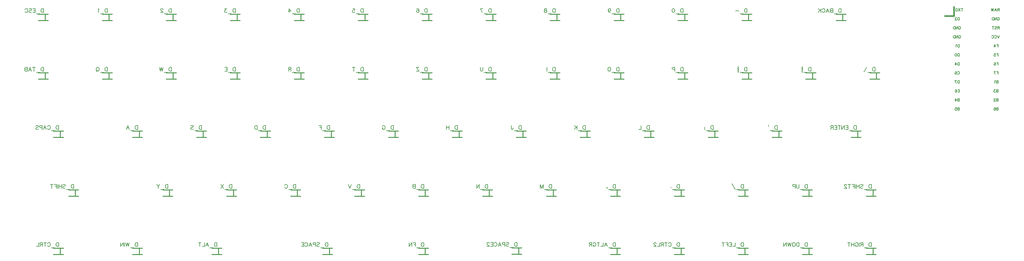
<source format=gbo>
G04 Layer: BottomSilkscreenLayer*
G04 EasyEDA v6.5.1, 2022-08-03 07:20:24*
G04 1b37d3b93c644ee4b3c1aa7f483211d0,d603b60474844c32a05bd641800ef4e1,10*
G04 Gerber Generator version 0.2*
G04 Scale: 100 percent, Rotated: No, Reflected: No *
G04 Dimensions in millimeters *
G04 leading zeros omitted , absolute positions ,4 integer and 5 decimal *
%FSLAX45Y45*%
%MOMM*%

%ADD10C,0.2540*%
%ADD20C,0.3810*%
%ADD21C,0.1524*%
%ADD23C,0.1501*%

%LPD*%
D21*
X24683356Y6522278D02*
G01*
X24683356Y6413312D01*
X24683356Y6522278D02*
G01*
X24647032Y6522278D01*
X24631284Y6517198D01*
X24621126Y6506784D01*
X24615792Y6496370D01*
X24610712Y6480622D01*
X24610712Y6454714D01*
X24615792Y6439220D01*
X24621126Y6428806D01*
X24631284Y6418392D01*
X24647032Y6413312D01*
X24683356Y6413312D01*
X24576422Y6376736D02*
G01*
X24482696Y6376736D01*
X24448406Y6522278D02*
G01*
X24448406Y6413312D01*
X24448406Y6522278D02*
G01*
X24381096Y6522278D01*
X24448406Y6470462D02*
G01*
X24407004Y6470462D01*
X24448406Y6413312D02*
G01*
X24381096Y6413312D01*
X24346806Y6522278D02*
G01*
X24346806Y6413312D01*
X24346806Y6522278D02*
G01*
X24273908Y6413312D01*
X24273908Y6522278D02*
G01*
X24273908Y6413312D01*
X24203296Y6522278D02*
G01*
X24203296Y6413312D01*
X24239616Y6522278D02*
G01*
X24166974Y6522278D01*
X24132682Y6522278D02*
G01*
X24132682Y6413312D01*
X24132682Y6522278D02*
G01*
X24065120Y6522278D01*
X24132682Y6470462D02*
G01*
X24091028Y6470462D01*
X24132682Y6413312D02*
G01*
X24065120Y6413312D01*
X24030830Y6522278D02*
G01*
X24030830Y6413312D01*
X24030830Y6522278D02*
G01*
X23984094Y6522278D01*
X23968346Y6517198D01*
X23963264Y6511864D01*
X23958184Y6501450D01*
X23958184Y6491036D01*
X23963264Y6480622D01*
X23968346Y6475542D01*
X23984094Y6470462D01*
X24030830Y6470462D01*
X23994508Y6470462D02*
G01*
X23958184Y6413312D01*
X19808365Y9817270D02*
G01*
X19808365Y9708304D01*
X19808365Y9817270D02*
G01*
X19772043Y9817270D01*
X19756295Y9812190D01*
X19746135Y9801776D01*
X19740801Y9791362D01*
X19735721Y9775614D01*
X19735721Y9749706D01*
X19740801Y9734212D01*
X19746135Y9723798D01*
X19756295Y9713384D01*
X19772043Y9708304D01*
X19808365Y9708304D01*
X19701431Y9671728D02*
G01*
X19607705Y9671728D01*
X19542427Y9817270D02*
G01*
X19557921Y9812190D01*
X19568335Y9796442D01*
X19573415Y9770534D01*
X19573415Y9755040D01*
X19568335Y9728878D01*
X19557921Y9713384D01*
X19542427Y9708304D01*
X19532013Y9708304D01*
X19516265Y9713384D01*
X19506105Y9728878D01*
X19500771Y9755040D01*
X19500771Y9770534D01*
X19506105Y9796442D01*
X19516265Y9812190D01*
X19532013Y9817270D01*
X19542427Y9817270D01*
X3608397Y9817270D02*
G01*
X3608397Y9708304D01*
X3608397Y9817270D02*
G01*
X3572075Y9817270D01*
X3556327Y9812190D01*
X3546167Y9801776D01*
X3540833Y9791362D01*
X3535753Y9775614D01*
X3535753Y9749706D01*
X3540833Y9734212D01*
X3546167Y9723798D01*
X3556327Y9713384D01*
X3572075Y9708304D01*
X3608397Y9708304D01*
X3501463Y9671728D02*
G01*
X3407737Y9671728D01*
X3373447Y9796442D02*
G01*
X3363287Y9801776D01*
X3347539Y9817270D01*
X3347539Y9708304D01*
X5408394Y9817270D02*
G01*
X5408394Y9708304D01*
X5408394Y9817270D02*
G01*
X5372074Y9817270D01*
X5356324Y9812190D01*
X5346166Y9801776D01*
X5340832Y9791362D01*
X5335752Y9775614D01*
X5335752Y9749706D01*
X5340832Y9734212D01*
X5346166Y9723798D01*
X5356324Y9713384D01*
X5372074Y9708304D01*
X5408394Y9708304D01*
X5301460Y9671728D02*
G01*
X5207736Y9671728D01*
X5168366Y9791362D02*
G01*
X5168366Y9796442D01*
X5163286Y9806856D01*
X5157952Y9812190D01*
X5147538Y9817270D01*
X5126708Y9817270D01*
X5116294Y9812190D01*
X5111216Y9806856D01*
X5106136Y9796442D01*
X5106136Y9786028D01*
X5111216Y9775614D01*
X5121628Y9760120D01*
X5173444Y9708304D01*
X5100802Y9708304D01*
X7208390Y9817270D02*
G01*
X7208390Y9708304D01*
X7208390Y9817270D02*
G01*
X7172068Y9817270D01*
X7156320Y9812190D01*
X7146160Y9801776D01*
X7140826Y9791362D01*
X7135746Y9775614D01*
X7135746Y9749706D01*
X7140826Y9734212D01*
X7146160Y9723798D01*
X7156320Y9713384D01*
X7172068Y9708304D01*
X7208390Y9708304D01*
X7101456Y9671728D02*
G01*
X7007730Y9671728D01*
X6963280Y9817270D02*
G01*
X6906130Y9817270D01*
X6937118Y9775614D01*
X6921624Y9775614D01*
X6911210Y9770534D01*
X6906130Y9765454D01*
X6900796Y9749706D01*
X6900796Y9739292D01*
X6906130Y9723798D01*
X6916290Y9713384D01*
X6932038Y9708304D01*
X6947532Y9708304D01*
X6963280Y9713384D01*
X6968360Y9718464D01*
X6973440Y9728878D01*
X9008386Y9817270D02*
G01*
X9008386Y9708304D01*
X9008386Y9817270D02*
G01*
X8972064Y9817270D01*
X8956316Y9812190D01*
X8946156Y9801776D01*
X8940822Y9791362D01*
X8935742Y9775614D01*
X8935742Y9749706D01*
X8940822Y9734212D01*
X8946156Y9723798D01*
X8956316Y9713384D01*
X8972064Y9708304D01*
X9008386Y9708304D01*
X8901452Y9671728D02*
G01*
X8807726Y9671728D01*
X8721620Y9817270D02*
G01*
X8773436Y9744626D01*
X8695712Y9744626D01*
X8721620Y9817270D02*
G01*
X8721620Y9708304D01*
X10808383Y9817270D02*
G01*
X10808383Y9708304D01*
X10808383Y9817270D02*
G01*
X10772061Y9817270D01*
X10756313Y9812190D01*
X10746153Y9801776D01*
X10740819Y9791362D01*
X10735739Y9775614D01*
X10735739Y9749706D01*
X10740819Y9734212D01*
X10746153Y9723798D01*
X10756313Y9713384D01*
X10772061Y9708304D01*
X10808383Y9708304D01*
X10701449Y9671728D02*
G01*
X10607723Y9671728D01*
X10511203Y9817270D02*
G01*
X10563273Y9817270D01*
X10568353Y9770534D01*
X10563273Y9775614D01*
X10547525Y9780948D01*
X10532031Y9780948D01*
X10516283Y9775614D01*
X10506123Y9765454D01*
X10500789Y9749706D01*
X10500789Y9739292D01*
X10506123Y9723798D01*
X10516283Y9713384D01*
X10532031Y9708304D01*
X10547525Y9708304D01*
X10563273Y9713384D01*
X10568353Y9718464D01*
X10573433Y9728878D01*
X12608379Y9817270D02*
G01*
X12608379Y9708304D01*
X12608379Y9817270D02*
G01*
X12572057Y9817270D01*
X12556309Y9812190D01*
X12546149Y9801776D01*
X12540815Y9791362D01*
X12535735Y9775614D01*
X12535735Y9749706D01*
X12540815Y9734212D01*
X12546149Y9723798D01*
X12556309Y9713384D01*
X12572057Y9708304D01*
X12608379Y9708304D01*
X12501445Y9671728D02*
G01*
X12407719Y9671728D01*
X12311199Y9801776D02*
G01*
X12316279Y9812190D01*
X12332027Y9817270D01*
X12342441Y9817270D01*
X12357935Y9812190D01*
X12368349Y9796442D01*
X12373429Y9770534D01*
X12373429Y9744626D01*
X12368349Y9723798D01*
X12357935Y9713384D01*
X12342441Y9708304D01*
X12337107Y9708304D01*
X12321613Y9713384D01*
X12311199Y9723798D01*
X12306119Y9739292D01*
X12306119Y9744626D01*
X12311199Y9760120D01*
X12321613Y9770534D01*
X12337107Y9775614D01*
X12342441Y9775614D01*
X12357935Y9770534D01*
X12368349Y9760120D01*
X12373429Y9744626D01*
X14408376Y9817270D02*
G01*
X14408376Y9708304D01*
X14408376Y9817270D02*
G01*
X14372054Y9817270D01*
X14356306Y9812190D01*
X14346146Y9801776D01*
X14340812Y9791362D01*
X14335732Y9775614D01*
X14335732Y9749706D01*
X14340812Y9734212D01*
X14346146Y9723798D01*
X14356306Y9713384D01*
X14372054Y9708304D01*
X14408376Y9708304D01*
X14301442Y9671728D02*
G01*
X14207716Y9671728D01*
X14100782Y9817270D02*
G01*
X14152852Y9708304D01*
X14173426Y9817270D02*
G01*
X14100782Y9817270D01*
X16208372Y9817270D02*
G01*
X16208372Y9708304D01*
X16208372Y9817270D02*
G01*
X16172050Y9817270D01*
X16156302Y9812190D01*
X16146142Y9801776D01*
X16140808Y9791362D01*
X16135728Y9775614D01*
X16135728Y9749706D01*
X16140808Y9734212D01*
X16146142Y9723798D01*
X16156302Y9713384D01*
X16172050Y9708304D01*
X16208372Y9708304D01*
X16101438Y9671728D02*
G01*
X16007712Y9671728D01*
X15947514Y9817270D02*
G01*
X15963262Y9812190D01*
X15968342Y9801776D01*
X15968342Y9791362D01*
X15963262Y9780948D01*
X15952848Y9775614D01*
X15932020Y9770534D01*
X15916272Y9765454D01*
X15906112Y9755040D01*
X15900778Y9744626D01*
X15900778Y9728878D01*
X15906112Y9718464D01*
X15911192Y9713384D01*
X15926686Y9708304D01*
X15947514Y9708304D01*
X15963262Y9713384D01*
X15968342Y9718464D01*
X15973422Y9728878D01*
X15973422Y9744626D01*
X15968342Y9755040D01*
X15957928Y9765454D01*
X15942434Y9770534D01*
X15921606Y9775614D01*
X15911192Y9780948D01*
X15906112Y9791362D01*
X15906112Y9801776D01*
X15911192Y9812190D01*
X15926686Y9817270D01*
X15947514Y9817270D01*
X18008368Y9817270D02*
G01*
X18008368Y9708304D01*
X18008368Y9817270D02*
G01*
X17972046Y9817270D01*
X17956298Y9812190D01*
X17946138Y9801776D01*
X17940804Y9791362D01*
X17935724Y9775614D01*
X17935724Y9749706D01*
X17940804Y9734212D01*
X17946138Y9723798D01*
X17956298Y9713384D01*
X17972046Y9708304D01*
X18008368Y9708304D01*
X17901434Y9671728D02*
G01*
X17807708Y9671728D01*
X17706108Y9780948D02*
G01*
X17711188Y9765454D01*
X17721602Y9755040D01*
X17737096Y9749706D01*
X17742430Y9749706D01*
X17757924Y9755040D01*
X17768338Y9765454D01*
X17773418Y9780948D01*
X17773418Y9786028D01*
X17768338Y9801776D01*
X17757924Y9812190D01*
X17742430Y9817270D01*
X17737096Y9817270D01*
X17721602Y9812190D01*
X17711188Y9801776D01*
X17706108Y9780948D01*
X17706108Y9755040D01*
X17711188Y9728878D01*
X17721602Y9713384D01*
X17737096Y9708304D01*
X17747510Y9708304D01*
X17763258Y9713384D01*
X17768338Y9723798D01*
X22458359Y6522278D02*
G01*
X22458359Y6413312D01*
X22458359Y6522278D02*
G01*
X22422037Y6522278D01*
X22406289Y6517198D01*
X22396129Y6506784D01*
X22390795Y6496370D01*
X22385715Y6480622D01*
X22385715Y6454714D01*
X22390795Y6439220D01*
X22396129Y6428806D01*
X22406289Y6418392D01*
X22422037Y6413312D01*
X22458359Y6413312D01*
X22351425Y6376736D02*
G01*
X22257699Y6376736D01*
X22213249Y6537772D02*
G01*
X22213249Y6506784D01*
X17908369Y4862281D02*
G01*
X17908369Y4753315D01*
X17908369Y4862281D02*
G01*
X17872047Y4862281D01*
X17856299Y4857201D01*
X17846139Y4846787D01*
X17840805Y4836373D01*
X17835725Y4820625D01*
X17835725Y4794717D01*
X17840805Y4779223D01*
X17846139Y4768809D01*
X17856299Y4758395D01*
X17872047Y4753315D01*
X17908369Y4753315D01*
X17801435Y4716739D02*
G01*
X17707709Y4716739D01*
X17663259Y4773889D02*
G01*
X17668339Y4768809D01*
X17673419Y4773889D01*
X17668339Y4779223D01*
X17663259Y4773889D01*
X17663259Y4763475D01*
X17673419Y4753315D01*
X21608361Y9817270D02*
G01*
X21608361Y9708304D01*
X21608361Y9817270D02*
G01*
X21572039Y9817270D01*
X21556291Y9812190D01*
X21546131Y9801776D01*
X21540797Y9791362D01*
X21535717Y9775614D01*
X21535717Y9749706D01*
X21540797Y9734212D01*
X21546131Y9723798D01*
X21556291Y9713384D01*
X21572039Y9708304D01*
X21608361Y9708304D01*
X21501427Y9671728D02*
G01*
X21407701Y9671728D01*
X21373411Y9755040D02*
G01*
X21279939Y9755040D01*
X19708365Y4862281D02*
G01*
X19708365Y4753315D01*
X19708365Y4862281D02*
G01*
X19672043Y4862281D01*
X19656295Y4857201D01*
X19646135Y4846787D01*
X19640801Y4836373D01*
X19635721Y4820625D01*
X19635721Y4794717D01*
X19640801Y4779223D01*
X19646135Y4768809D01*
X19656295Y4758395D01*
X19672043Y4753315D01*
X19708365Y4753315D01*
X19601431Y4716739D02*
G01*
X19507705Y4716739D01*
X19468335Y4779223D02*
G01*
X19473415Y4773889D01*
X19468335Y4768809D01*
X19463255Y4773889D01*
X19468335Y4779223D01*
X21508361Y4862281D02*
G01*
X21508361Y4753315D01*
X21508361Y4862281D02*
G01*
X21472039Y4862281D01*
X21456291Y4857201D01*
X21446131Y4846787D01*
X21440797Y4836373D01*
X21435717Y4820625D01*
X21435717Y4794717D01*
X21440797Y4779223D01*
X21446131Y4768809D01*
X21456291Y4758395D01*
X21472039Y4753315D01*
X21508361Y4753315D01*
X21401427Y4716739D02*
G01*
X21307701Y4716739D01*
X21179939Y4883109D02*
G01*
X21273411Y4716739D01*
X20658363Y6522278D02*
G01*
X20658363Y6413312D01*
X20658363Y6522278D02*
G01*
X20622041Y6522278D01*
X20606293Y6517198D01*
X20596133Y6506784D01*
X20590799Y6496370D01*
X20585719Y6480622D01*
X20585719Y6454714D01*
X20590799Y6439220D01*
X20596133Y6428806D01*
X20606293Y6418392D01*
X20622041Y6413312D01*
X20658363Y6413312D01*
X20551429Y6376736D02*
G01*
X20457703Y6376736D01*
X20418333Y6475542D02*
G01*
X20423413Y6470462D01*
X20418333Y6465128D01*
X20413253Y6470462D01*
X20418333Y6475542D01*
X20413253Y6433886D02*
G01*
X20418333Y6428806D01*
X20423413Y6433886D01*
X20418333Y6439220D01*
X20413253Y6433886D01*
X20413253Y6423472D01*
X20423413Y6413312D01*
X4458395Y6522278D02*
G01*
X4458395Y6413312D01*
X4458395Y6522278D02*
G01*
X4422073Y6522278D01*
X4406325Y6517198D01*
X4396165Y6506784D01*
X4390831Y6496370D01*
X4385751Y6480622D01*
X4385751Y6454714D01*
X4390831Y6439220D01*
X4396165Y6428806D01*
X4406325Y6418392D01*
X4422073Y6413312D01*
X4458395Y6413312D01*
X4351461Y6376736D02*
G01*
X4257735Y6376736D01*
X4182043Y6522278D02*
G01*
X4223445Y6413312D01*
X4182043Y6522278D02*
G01*
X4140387Y6413312D01*
X4207951Y6449634D02*
G01*
X4156135Y6449634D01*
X6688404Y3222289D02*
G01*
X6688404Y3113323D01*
X6688404Y3222289D02*
G01*
X6652079Y3222289D01*
X6636334Y3217209D01*
X6626174Y3206795D01*
X6620840Y3196381D01*
X6615760Y3180633D01*
X6615760Y3154725D01*
X6620840Y3139231D01*
X6626174Y3128817D01*
X6636334Y3118403D01*
X6652079Y3113323D01*
X6688404Y3113323D01*
X6581470Y3076747D02*
G01*
X6487744Y3076747D01*
X6412052Y3222289D02*
G01*
X6453454Y3113323D01*
X6412052Y3222289D02*
G01*
X6370396Y3113323D01*
X6437960Y3149645D02*
G01*
X6386144Y3149645D01*
X6336106Y3222289D02*
G01*
X6336106Y3113323D01*
X6336106Y3113323D02*
G01*
X6273876Y3113323D01*
X6203261Y3222289D02*
G01*
X6203261Y3113323D01*
X6239586Y3222289D02*
G01*
X6166688Y3222289D01*
X17908369Y3222284D02*
G01*
X17908369Y3113318D01*
X17908369Y3222284D02*
G01*
X17872047Y3222284D01*
X17856299Y3217204D01*
X17846139Y3206790D01*
X17840805Y3196376D01*
X17835725Y3180628D01*
X17835725Y3154720D01*
X17840805Y3139226D01*
X17846139Y3128812D01*
X17856299Y3118398D01*
X17872047Y3113318D01*
X17908369Y3113318D01*
X17801435Y3076742D02*
G01*
X17707709Y3076742D01*
X17632017Y3222284D02*
G01*
X17673419Y3113318D01*
X17632017Y3222284D02*
G01*
X17590361Y3113318D01*
X17657925Y3149640D02*
G01*
X17606109Y3149640D01*
X17556071Y3222284D02*
G01*
X17556071Y3113318D01*
X17556071Y3113318D02*
G01*
X17493841Y3113318D01*
X17423229Y3222284D02*
G01*
X17423229Y3113318D01*
X17459551Y3222284D02*
G01*
X17386653Y3222284D01*
X17274639Y3196376D02*
G01*
X17279719Y3206790D01*
X17290133Y3217204D01*
X17300547Y3222284D01*
X17321375Y3222284D01*
X17331789Y3217204D01*
X17341949Y3206790D01*
X17347283Y3196376D01*
X17352363Y3180628D01*
X17352363Y3154720D01*
X17347283Y3139226D01*
X17341949Y3128812D01*
X17331789Y3118398D01*
X17321375Y3113318D01*
X17300547Y3113318D01*
X17290133Y3118398D01*
X17279719Y3128812D01*
X17274639Y3139226D01*
X17274639Y3154720D01*
X17300547Y3154720D02*
G01*
X17274639Y3154720D01*
X17240349Y3222284D02*
G01*
X17240349Y3113318D01*
X17240349Y3222284D02*
G01*
X17193359Y3222284D01*
X17177865Y3217204D01*
X17172785Y3211870D01*
X17167451Y3201456D01*
X17167451Y3191042D01*
X17172785Y3180628D01*
X17177865Y3175548D01*
X17193359Y3170468D01*
X17240349Y3170468D01*
X17203773Y3170468D02*
G01*
X17167451Y3113318D01*
X12508379Y4862281D02*
G01*
X12508379Y4753315D01*
X12508379Y4862281D02*
G01*
X12472057Y4862281D01*
X12456309Y4857201D01*
X12446149Y4846787D01*
X12440815Y4836373D01*
X12435735Y4820625D01*
X12435735Y4794717D01*
X12440815Y4779223D01*
X12446149Y4768809D01*
X12456309Y4758395D01*
X12472057Y4753315D01*
X12508379Y4753315D01*
X12401445Y4716739D02*
G01*
X12307719Y4716739D01*
X12273429Y4862281D02*
G01*
X12273429Y4753315D01*
X12273429Y4862281D02*
G01*
X12226693Y4862281D01*
X12211199Y4857201D01*
X12206119Y4851867D01*
X12200785Y4841453D01*
X12200785Y4831039D01*
X12206119Y4820625D01*
X12211199Y4815545D01*
X12226693Y4810465D01*
X12273429Y4810465D02*
G01*
X12226693Y4810465D01*
X12211199Y4805131D01*
X12206119Y4800051D01*
X12200785Y4789637D01*
X12200785Y4773889D01*
X12206119Y4763475D01*
X12211199Y4758395D01*
X12226693Y4753315D01*
X12273429Y4753315D01*
X24258356Y9817270D02*
G01*
X24258356Y9708304D01*
X24258356Y9817270D02*
G01*
X24222034Y9817270D01*
X24206286Y9812190D01*
X24196126Y9801776D01*
X24190792Y9791362D01*
X24185712Y9775614D01*
X24185712Y9749706D01*
X24190792Y9734212D01*
X24196126Y9723798D01*
X24206286Y9713384D01*
X24222034Y9708304D01*
X24258356Y9708304D01*
X24151422Y9671728D02*
G01*
X24057696Y9671728D01*
X24023406Y9817270D02*
G01*
X24023406Y9708304D01*
X24023406Y9817270D02*
G01*
X23976670Y9817270D01*
X23961176Y9812190D01*
X23956096Y9806856D01*
X23950762Y9796442D01*
X23950762Y9786028D01*
X23956096Y9775614D01*
X23961176Y9770534D01*
X23976670Y9765454D01*
X24023406Y9765454D02*
G01*
X23976670Y9765454D01*
X23961176Y9760120D01*
X23956096Y9755040D01*
X23950762Y9744626D01*
X23950762Y9728878D01*
X23956096Y9718464D01*
X23961176Y9713384D01*
X23976670Y9708304D01*
X24023406Y9708304D01*
X23874816Y9817270D02*
G01*
X23916472Y9708304D01*
X23874816Y9817270D02*
G01*
X23833414Y9708304D01*
X23900978Y9744626D02*
G01*
X23848908Y9744626D01*
X23721146Y9791362D02*
G01*
X23726226Y9801776D01*
X23736640Y9812190D01*
X23747054Y9817270D01*
X23767882Y9817270D01*
X23778296Y9812190D01*
X23788710Y9801776D01*
X23793790Y9791362D01*
X23799124Y9775614D01*
X23799124Y9749706D01*
X23793790Y9734212D01*
X23788710Y9723798D01*
X23778296Y9713384D01*
X23767882Y9708304D01*
X23747054Y9708304D01*
X23736640Y9713384D01*
X23726226Y9723798D01*
X23721146Y9734212D01*
X23686856Y9817270D02*
G01*
X23686856Y9708304D01*
X23614212Y9817270D02*
G01*
X23686856Y9744626D01*
X23660948Y9770534D02*
G01*
X23614212Y9708304D01*
X8908387Y4862281D02*
G01*
X8908387Y4753315D01*
X8908387Y4862281D02*
G01*
X8872065Y4862281D01*
X8856317Y4857201D01*
X8846157Y4846787D01*
X8840823Y4836373D01*
X8835743Y4820625D01*
X8835743Y4794717D01*
X8840823Y4779223D01*
X8846157Y4768809D01*
X8856317Y4758395D01*
X8872065Y4753315D01*
X8908387Y4753315D01*
X8801453Y4716739D02*
G01*
X8707727Y4716739D01*
X8595713Y4836373D02*
G01*
X8600793Y4846787D01*
X8611207Y4857201D01*
X8621621Y4862281D01*
X8642449Y4862281D01*
X8652863Y4857201D01*
X8663277Y4846787D01*
X8668357Y4836373D01*
X8673437Y4820625D01*
X8673437Y4794717D01*
X8668357Y4779223D01*
X8663277Y4768809D01*
X8652863Y4758395D01*
X8642449Y4753315D01*
X8621621Y4753315D01*
X8611207Y4758395D01*
X8600793Y4768809D01*
X8595713Y4779223D01*
X2233401Y6522278D02*
G01*
X2233401Y6413312D01*
X2233401Y6522278D02*
G01*
X2197079Y6522278D01*
X2181331Y6517198D01*
X2171171Y6506784D01*
X2165837Y6496370D01*
X2160757Y6480622D01*
X2160757Y6454714D01*
X2165837Y6439220D01*
X2171171Y6428806D01*
X2181331Y6418392D01*
X2197079Y6413312D01*
X2233401Y6413312D01*
X2126467Y6376736D02*
G01*
X2032741Y6376736D01*
X1920727Y6496370D02*
G01*
X1925807Y6506784D01*
X1936221Y6517198D01*
X1946635Y6522278D01*
X1967463Y6522278D01*
X1977877Y6517198D01*
X1988291Y6506784D01*
X1993371Y6496370D01*
X1998451Y6480622D01*
X1998451Y6454714D01*
X1993371Y6439220D01*
X1988291Y6428806D01*
X1977877Y6418392D01*
X1967463Y6413312D01*
X1946635Y6413312D01*
X1936221Y6418392D01*
X1925807Y6428806D01*
X1920727Y6439220D01*
X1844781Y6522278D02*
G01*
X1886437Y6413312D01*
X1844781Y6522278D02*
G01*
X1803125Y6413312D01*
X1870689Y6449634D02*
G01*
X1818873Y6449634D01*
X1768835Y6522278D02*
G01*
X1768835Y6413312D01*
X1768835Y6522278D02*
G01*
X1722099Y6522278D01*
X1706605Y6517198D01*
X1701271Y6511864D01*
X1696191Y6501450D01*
X1696191Y6485956D01*
X1701271Y6475542D01*
X1706605Y6470462D01*
X1722099Y6465128D01*
X1768835Y6465128D01*
X1589257Y6506784D02*
G01*
X1599671Y6517198D01*
X1615165Y6522278D01*
X1635993Y6522278D01*
X1651487Y6517198D01*
X1661901Y6506784D01*
X1661901Y6496370D01*
X1656821Y6485956D01*
X1651487Y6480622D01*
X1641073Y6475542D01*
X1609831Y6465128D01*
X1599671Y6460048D01*
X1594337Y6454714D01*
X1589257Y6444300D01*
X1589257Y6428806D01*
X1599671Y6418392D01*
X1615165Y6413312D01*
X1635993Y6413312D01*
X1651487Y6418392D01*
X1661901Y6428806D01*
X2233401Y3222284D02*
G01*
X2233401Y3113318D01*
X2233401Y3222284D02*
G01*
X2197079Y3222284D01*
X2181331Y3217204D01*
X2171171Y3206790D01*
X2165837Y3196376D01*
X2160757Y3180628D01*
X2160757Y3154720D01*
X2165837Y3139226D01*
X2171171Y3128812D01*
X2181331Y3118398D01*
X2197079Y3113318D01*
X2233401Y3113318D01*
X2126467Y3076742D02*
G01*
X2032741Y3076742D01*
X1920727Y3196376D02*
G01*
X1925807Y3206790D01*
X1936221Y3217204D01*
X1946635Y3222284D01*
X1967463Y3222284D01*
X1977877Y3217204D01*
X1988291Y3206790D01*
X1993371Y3196376D01*
X1998451Y3180628D01*
X1998451Y3154720D01*
X1993371Y3139226D01*
X1988291Y3128812D01*
X1977877Y3118398D01*
X1967463Y3113318D01*
X1946635Y3113318D01*
X1936221Y3118398D01*
X1925807Y3128812D01*
X1920727Y3139226D01*
X1849861Y3222284D02*
G01*
X1849861Y3113318D01*
X1886437Y3222284D02*
G01*
X1813539Y3222284D01*
X1779249Y3222284D02*
G01*
X1779249Y3113318D01*
X1779249Y3222284D02*
G01*
X1732513Y3222284D01*
X1717019Y3217204D01*
X1711685Y3211870D01*
X1706605Y3201456D01*
X1706605Y3191042D01*
X1711685Y3180628D01*
X1717019Y3175548D01*
X1732513Y3170468D01*
X1779249Y3170468D01*
X1742927Y3170468D02*
G01*
X1706605Y3113318D01*
X1672315Y3222284D02*
G01*
X1672315Y3113318D01*
X1672315Y3113318D02*
G01*
X1609831Y3113318D01*
X19708365Y3222284D02*
G01*
X19708365Y3113318D01*
X19708365Y3222284D02*
G01*
X19672043Y3222284D01*
X19656295Y3217204D01*
X19646135Y3206790D01*
X19640801Y3196376D01*
X19635721Y3180628D01*
X19635721Y3154720D01*
X19640801Y3139226D01*
X19646135Y3128812D01*
X19656295Y3118398D01*
X19672043Y3113318D01*
X19708365Y3113318D01*
X19601431Y3076742D02*
G01*
X19507705Y3076742D01*
X19395691Y3196376D02*
G01*
X19400771Y3206790D01*
X19411185Y3217204D01*
X19421599Y3222284D01*
X19442427Y3222284D01*
X19452841Y3217204D01*
X19463255Y3206790D01*
X19468335Y3196376D01*
X19473415Y3180628D01*
X19473415Y3154720D01*
X19468335Y3139226D01*
X19463255Y3128812D01*
X19452841Y3118398D01*
X19442427Y3113318D01*
X19421599Y3113318D01*
X19411185Y3118398D01*
X19400771Y3128812D01*
X19395691Y3139226D01*
X19324825Y3222284D02*
G01*
X19324825Y3113318D01*
X19361401Y3222284D02*
G01*
X19288503Y3222284D01*
X19254213Y3222284D02*
G01*
X19254213Y3113318D01*
X19254213Y3222284D02*
G01*
X19207477Y3222284D01*
X19191983Y3217204D01*
X19186649Y3211870D01*
X19181569Y3201456D01*
X19181569Y3191042D01*
X19186649Y3180628D01*
X19191983Y3175548D01*
X19207477Y3170468D01*
X19254213Y3170468D01*
X19217891Y3170468D02*
G01*
X19181569Y3113318D01*
X19147279Y3222284D02*
G01*
X19147279Y3113318D01*
X19147279Y3113318D02*
G01*
X19084795Y3113318D01*
X19045425Y3196376D02*
G01*
X19045425Y3201456D01*
X19040345Y3211870D01*
X19035011Y3217204D01*
X19024597Y3222284D01*
X19003769Y3222284D01*
X18993355Y3217204D01*
X18988275Y3211870D01*
X18983195Y3201456D01*
X18983195Y3191042D01*
X18988275Y3180628D01*
X18998689Y3165134D01*
X19050505Y3113318D01*
X18977861Y3113318D01*
X8058388Y6522278D02*
G01*
X8058388Y6413312D01*
X8058388Y6522278D02*
G01*
X8022066Y6522278D01*
X8006318Y6517198D01*
X7996158Y6506784D01*
X7990824Y6496370D01*
X7985744Y6480622D01*
X7985744Y6454714D01*
X7990824Y6439220D01*
X7996158Y6428806D01*
X8006318Y6418392D01*
X8022066Y6413312D01*
X8058388Y6413312D01*
X7951454Y6376736D02*
G01*
X7857728Y6376736D01*
X7823438Y6522278D02*
G01*
X7823438Y6413312D01*
X7823438Y6522278D02*
G01*
X7787116Y6522278D01*
X7771622Y6517198D01*
X7761208Y6506784D01*
X7756128Y6496370D01*
X7750794Y6480622D01*
X7750794Y6454714D01*
X7756128Y6439220D01*
X7761208Y6428806D01*
X7771622Y6418392D01*
X7787116Y6413312D01*
X7823438Y6413312D01*
X23308358Y3222284D02*
G01*
X23308358Y3113318D01*
X23308358Y3222284D02*
G01*
X23272036Y3222284D01*
X23256288Y3217204D01*
X23246128Y3206790D01*
X23240794Y3196376D01*
X23235714Y3180628D01*
X23235714Y3154720D01*
X23240794Y3139226D01*
X23246128Y3128812D01*
X23256288Y3118398D01*
X23272036Y3113318D01*
X23308358Y3113318D01*
X23201424Y3076742D02*
G01*
X23107698Y3076742D01*
X23073408Y3222284D02*
G01*
X23073408Y3113318D01*
X23073408Y3222284D02*
G01*
X23037086Y3222284D01*
X23021592Y3217204D01*
X23011178Y3206790D01*
X23006098Y3196376D01*
X23000764Y3180628D01*
X23000764Y3154720D01*
X23006098Y3139226D01*
X23011178Y3128812D01*
X23021592Y3118398D01*
X23037086Y3113318D01*
X23073408Y3113318D01*
X22935232Y3222284D02*
G01*
X22945646Y3217204D01*
X22956060Y3206790D01*
X22961394Y3196376D01*
X22966474Y3180628D01*
X22966474Y3154720D01*
X22961394Y3139226D01*
X22956060Y3128812D01*
X22945646Y3118398D01*
X22935232Y3113318D01*
X22914658Y3113318D01*
X22904244Y3118398D01*
X22893830Y3128812D01*
X22888496Y3139226D01*
X22883416Y3154720D01*
X22883416Y3180628D01*
X22888496Y3196376D01*
X22893830Y3206790D01*
X22904244Y3217204D01*
X22914658Y3222284D01*
X22935232Y3222284D01*
X22849126Y3222284D02*
G01*
X22823218Y3113318D01*
X22797056Y3222284D02*
G01*
X22823218Y3113318D01*
X22797056Y3222284D02*
G01*
X22771148Y3113318D01*
X22745240Y3222284D02*
G01*
X22771148Y3113318D01*
X22710950Y3222284D02*
G01*
X22710950Y3113318D01*
X22710950Y3222284D02*
G01*
X22638052Y3113318D01*
X22638052Y3222284D02*
G01*
X22638052Y3113318D01*
X7208390Y8162274D02*
G01*
X7208390Y8053308D01*
X7208390Y8162274D02*
G01*
X7172068Y8162274D01*
X7156320Y8157194D01*
X7146160Y8146780D01*
X7140826Y8136366D01*
X7135746Y8120618D01*
X7135746Y8094710D01*
X7140826Y8079216D01*
X7146160Y8068802D01*
X7156320Y8058388D01*
X7172068Y8053308D01*
X7208390Y8053308D01*
X7101456Y8016732D02*
G01*
X7007730Y8016732D01*
X6973440Y8162274D02*
G01*
X6973440Y8053308D01*
X6973440Y8162274D02*
G01*
X6906130Y8162274D01*
X6973440Y8110458D02*
G01*
X6932038Y8110458D01*
X6973440Y8053308D02*
G01*
X6906130Y8053308D01*
X1808401Y9817270D02*
G01*
X1808401Y9708304D01*
X1808401Y9817270D02*
G01*
X1772079Y9817270D01*
X1756331Y9812190D01*
X1746171Y9801776D01*
X1740837Y9791362D01*
X1735757Y9775614D01*
X1735757Y9749706D01*
X1740837Y9734212D01*
X1746171Y9723798D01*
X1756331Y9713384D01*
X1772079Y9708304D01*
X1808401Y9708304D01*
X1701467Y9671728D02*
G01*
X1607741Y9671728D01*
X1573451Y9817270D02*
G01*
X1573451Y9708304D01*
X1573451Y9817270D02*
G01*
X1506141Y9817270D01*
X1573451Y9765456D02*
G01*
X1532049Y9765456D01*
X1573451Y9708304D02*
G01*
X1506141Y9708304D01*
X1398953Y9801776D02*
G01*
X1409367Y9812190D01*
X1424861Y9817270D01*
X1445689Y9817270D01*
X1461437Y9812190D01*
X1471851Y9801776D01*
X1471851Y9791362D01*
X1466517Y9780948D01*
X1461437Y9775614D01*
X1451023Y9770534D01*
X1419781Y9760120D01*
X1409367Y9755040D01*
X1404287Y9749706D01*
X1398953Y9739292D01*
X1398953Y9723798D01*
X1409367Y9713384D01*
X1424861Y9708304D01*
X1445689Y9708304D01*
X1461437Y9713384D01*
X1471851Y9723798D01*
X1286685Y9791362D02*
G01*
X1292019Y9801776D01*
X1302433Y9812190D01*
X1312847Y9817270D01*
X1333421Y9817270D01*
X1343835Y9812190D01*
X1354249Y9801776D01*
X1359583Y9791362D01*
X1364663Y9775614D01*
X1364663Y9749706D01*
X1359583Y9734212D01*
X1354249Y9723798D01*
X1343835Y9713384D01*
X1333421Y9708304D01*
X1312847Y9708304D01*
X1302433Y9713384D01*
X1292019Y9723798D01*
X1286685Y9734212D01*
X9858385Y6522278D02*
G01*
X9858385Y6413312D01*
X9858385Y6522278D02*
G01*
X9822063Y6522278D01*
X9806315Y6517198D01*
X9796155Y6506784D01*
X9790821Y6496370D01*
X9785741Y6480622D01*
X9785741Y6454714D01*
X9790821Y6439220D01*
X9796155Y6428806D01*
X9806315Y6418392D01*
X9822063Y6413312D01*
X9858385Y6413312D01*
X9751451Y6376736D02*
G01*
X9657725Y6376736D01*
X9623435Y6522278D02*
G01*
X9623435Y6413312D01*
X9623435Y6522278D02*
G01*
X9556125Y6522278D01*
X9623435Y6470462D02*
G01*
X9582033Y6470462D01*
X12508379Y3222284D02*
G01*
X12508379Y3113318D01*
X12508379Y3222284D02*
G01*
X12472057Y3222284D01*
X12456309Y3217204D01*
X12446149Y3206790D01*
X12440815Y3196376D01*
X12435735Y3180628D01*
X12435735Y3154720D01*
X12440815Y3139226D01*
X12446149Y3128812D01*
X12456309Y3118398D01*
X12472057Y3113318D01*
X12508379Y3113318D01*
X12401445Y3076742D02*
G01*
X12307719Y3076742D01*
X12273429Y3222284D02*
G01*
X12273429Y3113318D01*
X12273429Y3222284D02*
G01*
X12206119Y3222284D01*
X12273429Y3170468D02*
G01*
X12232027Y3170468D01*
X12171829Y3222284D02*
G01*
X12171829Y3113318D01*
X12171829Y3222284D02*
G01*
X12098931Y3113318D01*
X12098931Y3222284D02*
G01*
X12098931Y3113318D01*
X11658381Y6522278D02*
G01*
X11658381Y6413312D01*
X11658381Y6522278D02*
G01*
X11622059Y6522278D01*
X11606311Y6517198D01*
X11596151Y6506784D01*
X11590817Y6496370D01*
X11585737Y6480622D01*
X11585737Y6454714D01*
X11590817Y6439220D01*
X11596151Y6428806D01*
X11606311Y6418392D01*
X11622059Y6413312D01*
X11658381Y6413312D01*
X11551447Y6376736D02*
G01*
X11457721Y6376736D01*
X11345707Y6496370D02*
G01*
X11350787Y6506784D01*
X11361201Y6517198D01*
X11371615Y6522278D01*
X11392443Y6522278D01*
X11402857Y6517198D01*
X11413271Y6506784D01*
X11418351Y6496370D01*
X11423431Y6480622D01*
X11423431Y6454714D01*
X11418351Y6439220D01*
X11413271Y6428806D01*
X11402857Y6418392D01*
X11392443Y6413312D01*
X11371615Y6413312D01*
X11361201Y6418392D01*
X11350787Y6428806D01*
X11345707Y6439220D01*
X11345707Y6454714D01*
X11371615Y6454714D02*
G01*
X11345707Y6454714D01*
X13458377Y6522278D02*
G01*
X13458377Y6413312D01*
X13458377Y6522278D02*
G01*
X13422055Y6522278D01*
X13406307Y6517198D01*
X13396147Y6506784D01*
X13390813Y6496370D01*
X13385733Y6480622D01*
X13385733Y6454714D01*
X13390813Y6439220D01*
X13396147Y6428806D01*
X13406307Y6418392D01*
X13422055Y6413312D01*
X13458377Y6413312D01*
X13351443Y6376736D02*
G01*
X13257717Y6376736D01*
X13223427Y6522278D02*
G01*
X13223427Y6413312D01*
X13150783Y6522278D02*
G01*
X13150783Y6413312D01*
X13223427Y6470462D02*
G01*
X13150783Y6470462D01*
X16208372Y8162274D02*
G01*
X16208372Y8053308D01*
X16208372Y8162274D02*
G01*
X16172050Y8162274D01*
X16156302Y8157194D01*
X16146142Y8146780D01*
X16140808Y8136366D01*
X16135728Y8120618D01*
X16135728Y8094710D01*
X16140808Y8079216D01*
X16146142Y8068802D01*
X16156302Y8058388D01*
X16172050Y8053308D01*
X16208372Y8053308D01*
X16101438Y8016732D02*
G01*
X16007712Y8016732D01*
X15973422Y8162274D02*
G01*
X15973422Y8053308D01*
X15258374Y6522278D02*
G01*
X15258374Y6413312D01*
X15258374Y6522278D02*
G01*
X15222052Y6522278D01*
X15206304Y6517198D01*
X15196144Y6506784D01*
X15190810Y6496370D01*
X15185730Y6480622D01*
X15185730Y6454714D01*
X15190810Y6439220D01*
X15196144Y6428806D01*
X15206304Y6418392D01*
X15222052Y6413312D01*
X15258374Y6413312D01*
X15151440Y6376736D02*
G01*
X15057714Y6376736D01*
X14971608Y6522278D02*
G01*
X14971608Y6439220D01*
X14976688Y6423472D01*
X14982022Y6418392D01*
X14992436Y6413312D01*
X15002850Y6413312D01*
X15013264Y6418392D01*
X15018344Y6423472D01*
X15023424Y6439220D01*
X15023424Y6449634D01*
X17058370Y6522278D02*
G01*
X17058370Y6413312D01*
X17058370Y6522278D02*
G01*
X17022048Y6522278D01*
X17006300Y6517198D01*
X16996140Y6506784D01*
X16990806Y6496370D01*
X16985726Y6480622D01*
X16985726Y6454714D01*
X16990806Y6439220D01*
X16996140Y6428806D01*
X17006300Y6418392D01*
X17022048Y6413312D01*
X17058370Y6413312D01*
X16951436Y6376736D02*
G01*
X16857710Y6376736D01*
X16823420Y6522278D02*
G01*
X16823420Y6413312D01*
X16750776Y6522278D02*
G01*
X16823420Y6449634D01*
X16797512Y6475542D02*
G01*
X16750776Y6413312D01*
X18858367Y6522278D02*
G01*
X18858367Y6413312D01*
X18858367Y6522278D02*
G01*
X18822045Y6522278D01*
X18806297Y6517198D01*
X18796137Y6506784D01*
X18790803Y6496370D01*
X18785723Y6480622D01*
X18785723Y6454714D01*
X18790803Y6439220D01*
X18796137Y6428806D01*
X18806297Y6418392D01*
X18822045Y6413312D01*
X18858367Y6413312D01*
X18751433Y6376736D02*
G01*
X18657707Y6376736D01*
X18623417Y6522278D02*
G01*
X18623417Y6413312D01*
X18623417Y6413312D02*
G01*
X18561187Y6413312D01*
X21508361Y3222284D02*
G01*
X21508361Y3113318D01*
X21508361Y3222284D02*
G01*
X21472039Y3222284D01*
X21456291Y3217204D01*
X21446131Y3206790D01*
X21440797Y3196376D01*
X21435717Y3180628D01*
X21435717Y3154720D01*
X21440797Y3139226D01*
X21446131Y3128812D01*
X21456291Y3118398D01*
X21472039Y3113318D01*
X21508361Y3113318D01*
X21401427Y3076742D02*
G01*
X21307701Y3076742D01*
X21273411Y3222284D02*
G01*
X21273411Y3113318D01*
X21273411Y3113318D02*
G01*
X21211181Y3113318D01*
X21176891Y3222284D02*
G01*
X21176891Y3113318D01*
X21176891Y3222284D02*
G01*
X21109327Y3222284D01*
X21176891Y3170468D02*
G01*
X21135235Y3170468D01*
X21176891Y3113318D02*
G01*
X21109327Y3113318D01*
X21075037Y3222284D02*
G01*
X21075037Y3113318D01*
X21075037Y3222284D02*
G01*
X21007473Y3222284D01*
X21075037Y3170468D02*
G01*
X21033381Y3170468D01*
X20936861Y3222284D02*
G01*
X20936861Y3113318D01*
X20973183Y3222284D02*
G01*
X20900539Y3222284D01*
X16108372Y4862281D02*
G01*
X16108372Y4753315D01*
X16108372Y4862281D02*
G01*
X16072050Y4862281D01*
X16056302Y4857201D01*
X16046142Y4846787D01*
X16040808Y4836373D01*
X16035728Y4820625D01*
X16035728Y4794717D01*
X16040808Y4779223D01*
X16046142Y4768809D01*
X16056302Y4758395D01*
X16072050Y4753315D01*
X16108372Y4753315D01*
X16001438Y4716739D02*
G01*
X15907712Y4716739D01*
X15873422Y4862281D02*
G01*
X15873422Y4753315D01*
X15873422Y4862281D02*
G01*
X15832020Y4753315D01*
X15790364Y4862281D02*
G01*
X15832020Y4753315D01*
X15790364Y4862281D02*
G01*
X15790364Y4753315D01*
X14308376Y4862281D02*
G01*
X14308376Y4753315D01*
X14308376Y4862281D02*
G01*
X14272054Y4862281D01*
X14256306Y4857201D01*
X14246146Y4846787D01*
X14240812Y4836373D01*
X14235732Y4820625D01*
X14235732Y4794717D01*
X14240812Y4779223D01*
X14246146Y4768809D01*
X14256306Y4758395D01*
X14272054Y4753315D01*
X14308376Y4753315D01*
X14201442Y4716739D02*
G01*
X14107716Y4716739D01*
X14073426Y4862281D02*
G01*
X14073426Y4753315D01*
X14073426Y4862281D02*
G01*
X14000782Y4753315D01*
X14000782Y4862281D02*
G01*
X14000782Y4753315D01*
X18008368Y8162274D02*
G01*
X18008368Y8053308D01*
X18008368Y8162274D02*
G01*
X17972046Y8162274D01*
X17956298Y8157194D01*
X17946138Y8146780D01*
X17940804Y8136366D01*
X17935724Y8120618D01*
X17935724Y8094710D01*
X17940804Y8079216D01*
X17946138Y8068802D01*
X17956298Y8058388D01*
X17972046Y8053308D01*
X18008368Y8053308D01*
X17901434Y8016732D02*
G01*
X17807708Y8016732D01*
X17742430Y8162274D02*
G01*
X17752844Y8157194D01*
X17763258Y8146780D01*
X17768338Y8136366D01*
X17773418Y8120618D01*
X17773418Y8094710D01*
X17768338Y8079216D01*
X17763258Y8068802D01*
X17752844Y8058388D01*
X17742430Y8053308D01*
X17721602Y8053308D01*
X17711188Y8058388D01*
X17700774Y8068802D01*
X17695694Y8079216D01*
X17690360Y8094710D01*
X17690360Y8120618D01*
X17695694Y8136366D01*
X17700774Y8146780D01*
X17711188Y8157194D01*
X17721602Y8162274D01*
X17742430Y8162274D01*
X19808365Y8162274D02*
G01*
X19808365Y8053308D01*
X19808365Y8162274D02*
G01*
X19772043Y8162274D01*
X19756295Y8157194D01*
X19746135Y8146780D01*
X19740801Y8136366D01*
X19735721Y8120618D01*
X19735721Y8094710D01*
X19740801Y8079216D01*
X19746135Y8068802D01*
X19756295Y8058388D01*
X19772043Y8053308D01*
X19808365Y8053308D01*
X19701431Y8016732D02*
G01*
X19607705Y8016732D01*
X19573415Y8162274D02*
G01*
X19573415Y8053308D01*
X19573415Y8162274D02*
G01*
X19526679Y8162274D01*
X19511185Y8157194D01*
X19506105Y8151860D01*
X19500771Y8141446D01*
X19500771Y8125952D01*
X19506105Y8115538D01*
X19511185Y8110458D01*
X19526679Y8105124D01*
X19573415Y8105124D01*
X3608397Y8162274D02*
G01*
X3608397Y8053308D01*
X3608397Y8162274D02*
G01*
X3572075Y8162274D01*
X3556327Y8157194D01*
X3546167Y8146780D01*
X3540833Y8136366D01*
X3535753Y8120618D01*
X3535753Y8094710D01*
X3540833Y8079216D01*
X3546167Y8068802D01*
X3556327Y8058388D01*
X3572075Y8053308D01*
X3608397Y8053308D01*
X3501463Y8016732D02*
G01*
X3407737Y8016732D01*
X3342459Y8162274D02*
G01*
X3352873Y8157194D01*
X3363287Y8146780D01*
X3368367Y8136366D01*
X3373447Y8120618D01*
X3373447Y8094710D01*
X3368367Y8079216D01*
X3363287Y8068802D01*
X3352873Y8058388D01*
X3342459Y8053308D01*
X3321631Y8053308D01*
X3311217Y8058388D01*
X3300803Y8068802D01*
X3295723Y8079216D01*
X3290389Y8094710D01*
X3290389Y8120618D01*
X3295723Y8136366D01*
X3300803Y8146780D01*
X3311217Y8157194D01*
X3321631Y8162274D01*
X3342459Y8162274D01*
X3326711Y8073882D02*
G01*
X3295723Y8042894D01*
X9008386Y8162274D02*
G01*
X9008386Y8053308D01*
X9008386Y8162274D02*
G01*
X8972064Y8162274D01*
X8956316Y8157194D01*
X8946156Y8146780D01*
X8940822Y8136366D01*
X8935742Y8120618D01*
X8935742Y8094710D01*
X8940822Y8079216D01*
X8946156Y8068802D01*
X8956316Y8058388D01*
X8972064Y8053308D01*
X9008386Y8053308D01*
X8901452Y8016732D02*
G01*
X8807726Y8016732D01*
X8773436Y8162274D02*
G01*
X8773436Y8053308D01*
X8773436Y8162274D02*
G01*
X8726700Y8162274D01*
X8711206Y8157194D01*
X8706126Y8151860D01*
X8700792Y8141446D01*
X8700792Y8131032D01*
X8706126Y8120618D01*
X8711206Y8115538D01*
X8726700Y8110458D01*
X8773436Y8110458D01*
X8737114Y8110458D02*
G01*
X8700792Y8053308D01*
X25108354Y3222284D02*
G01*
X25108354Y3113318D01*
X25108354Y3222284D02*
G01*
X25072032Y3222284D01*
X25056284Y3217204D01*
X25046124Y3206790D01*
X25040790Y3196376D01*
X25035710Y3180628D01*
X25035710Y3154720D01*
X25040790Y3139226D01*
X25046124Y3128812D01*
X25056284Y3118398D01*
X25072032Y3113318D01*
X25108354Y3113318D01*
X25001420Y3076742D02*
G01*
X24907694Y3076742D01*
X24873404Y3222284D02*
G01*
X24873404Y3113318D01*
X24873404Y3222284D02*
G01*
X24826668Y3222284D01*
X24811174Y3217204D01*
X24806094Y3211870D01*
X24800760Y3201456D01*
X24800760Y3191042D01*
X24806094Y3180628D01*
X24811174Y3175548D01*
X24826668Y3170468D01*
X24873404Y3170468D01*
X24837082Y3170468D02*
G01*
X24800760Y3113318D01*
X24766470Y3222284D02*
G01*
X24766470Y3113318D01*
X24654202Y3196376D02*
G01*
X24659536Y3206790D01*
X24669950Y3217204D01*
X24680364Y3222284D01*
X24700938Y3222284D01*
X24711352Y3217204D01*
X24721766Y3206790D01*
X24727100Y3196376D01*
X24732180Y3180628D01*
X24732180Y3154720D01*
X24727100Y3139226D01*
X24721766Y3128812D01*
X24711352Y3118398D01*
X24700938Y3113318D01*
X24680364Y3113318D01*
X24669950Y3118398D01*
X24659536Y3128812D01*
X24654202Y3139226D01*
X24654202Y3154720D01*
X24680364Y3154720D02*
G01*
X24654202Y3154720D01*
X24619912Y3222284D02*
G01*
X24619912Y3113318D01*
X24547268Y3222284D02*
G01*
X24547268Y3113318D01*
X24619912Y3170468D02*
G01*
X24547268Y3170468D01*
X24476656Y3222284D02*
G01*
X24476656Y3113318D01*
X24512978Y3222284D02*
G01*
X24440334Y3222284D01*
X6258392Y6522278D02*
G01*
X6258392Y6413312D01*
X6258392Y6522278D02*
G01*
X6222070Y6522278D01*
X6206322Y6517198D01*
X6196162Y6506784D01*
X6190828Y6496370D01*
X6185748Y6480622D01*
X6185748Y6454714D01*
X6190828Y6439220D01*
X6196162Y6428806D01*
X6206322Y6418392D01*
X6222070Y6413312D01*
X6258392Y6413312D01*
X6151458Y6376736D02*
G01*
X6057732Y6376736D01*
X5950798Y6506784D02*
G01*
X5961212Y6517198D01*
X5976706Y6522278D01*
X5997534Y6522278D01*
X6013282Y6517198D01*
X6023442Y6506784D01*
X6023442Y6496370D01*
X6018362Y6485956D01*
X6013282Y6480622D01*
X6002868Y6475542D01*
X5971626Y6465128D01*
X5961212Y6460048D01*
X5956132Y6454714D01*
X5950798Y6444300D01*
X5950798Y6428806D01*
X5961212Y6418392D01*
X5976706Y6413312D01*
X5997534Y6413312D01*
X6013282Y6418392D01*
X6023442Y6428806D01*
X2658399Y4862281D02*
G01*
X2658399Y4753315D01*
X2658399Y4862281D02*
G01*
X2622077Y4862281D01*
X2606329Y4857201D01*
X2596169Y4846787D01*
X2590835Y4836373D01*
X2585755Y4820625D01*
X2585755Y4794717D01*
X2590835Y4779223D01*
X2596169Y4768809D01*
X2606329Y4758395D01*
X2622077Y4753315D01*
X2658399Y4753315D01*
X2551465Y4716739D02*
G01*
X2457739Y4716739D01*
X2350805Y4846787D02*
G01*
X2361219Y4857201D01*
X2376713Y4862281D01*
X2397541Y4862281D01*
X2413289Y4857201D01*
X2423449Y4846787D01*
X2423449Y4836373D01*
X2418369Y4825959D01*
X2413289Y4820625D01*
X2402875Y4815545D01*
X2371633Y4805131D01*
X2361219Y4800051D01*
X2356139Y4794717D01*
X2350805Y4784303D01*
X2350805Y4768809D01*
X2361219Y4758395D01*
X2376713Y4753315D01*
X2397541Y4753315D01*
X2413289Y4758395D01*
X2423449Y4768809D01*
X2316515Y4862281D02*
G01*
X2316515Y4753315D01*
X2243871Y4862281D02*
G01*
X2243871Y4753315D01*
X2316515Y4810465D02*
G01*
X2243871Y4810465D01*
X2209581Y4862281D02*
G01*
X2209581Y4753315D01*
X2175291Y4862281D02*
G01*
X2175291Y4753315D01*
X2175291Y4862281D02*
G01*
X2107727Y4862281D01*
X2175291Y4810465D02*
G01*
X2133635Y4810465D01*
X2037115Y4862281D02*
G01*
X2037115Y4753315D01*
X2073437Y4862281D02*
G01*
X2000539Y4862281D01*
X25108354Y4862281D02*
G01*
X25108354Y4753315D01*
X25108354Y4862281D02*
G01*
X25072032Y4862281D01*
X25056284Y4857201D01*
X25046124Y4846787D01*
X25040790Y4836373D01*
X25035710Y4820625D01*
X25035710Y4794717D01*
X25040790Y4779223D01*
X25046124Y4768809D01*
X25056284Y4758395D01*
X25072032Y4753315D01*
X25108354Y4753315D01*
X25001420Y4716739D02*
G01*
X24907694Y4716739D01*
X24800760Y4846787D02*
G01*
X24811174Y4857201D01*
X24826668Y4862281D01*
X24847496Y4862281D01*
X24863244Y4857201D01*
X24873404Y4846787D01*
X24873404Y4836373D01*
X24868324Y4825959D01*
X24863244Y4820625D01*
X24852830Y4815545D01*
X24821588Y4805131D01*
X24811174Y4800051D01*
X24806094Y4794717D01*
X24800760Y4784303D01*
X24800760Y4768809D01*
X24811174Y4758395D01*
X24826668Y4753315D01*
X24847496Y4753315D01*
X24863244Y4758395D01*
X24873404Y4768809D01*
X24766470Y4862281D02*
G01*
X24766470Y4753315D01*
X24693826Y4862281D02*
G01*
X24693826Y4753315D01*
X24766470Y4810465D02*
G01*
X24693826Y4810465D01*
X24659536Y4862281D02*
G01*
X24659536Y4753315D01*
X24625246Y4862281D02*
G01*
X24625246Y4753315D01*
X24625246Y4862281D02*
G01*
X24557682Y4862281D01*
X24625246Y4810465D02*
G01*
X24583590Y4810465D01*
X24487070Y4862281D02*
G01*
X24487070Y4753315D01*
X24523392Y4862281D02*
G01*
X24450494Y4862281D01*
X24411124Y4836373D02*
G01*
X24411124Y4841453D01*
X24406044Y4851867D01*
X24400710Y4857201D01*
X24390296Y4862281D01*
X24369468Y4862281D01*
X24359054Y4857201D01*
X24353974Y4851867D01*
X24348894Y4841453D01*
X24348894Y4831039D01*
X24353974Y4820625D01*
X24364388Y4805131D01*
X24416204Y4753315D01*
X24343560Y4753315D01*
X9808385Y3222284D02*
G01*
X9808385Y3113318D01*
X9808385Y3222284D02*
G01*
X9772063Y3222284D01*
X9756315Y3217204D01*
X9746155Y3206790D01*
X9740821Y3196376D01*
X9735741Y3180628D01*
X9735741Y3154720D01*
X9740821Y3139226D01*
X9746155Y3128812D01*
X9756315Y3118398D01*
X9772063Y3113318D01*
X9808385Y3113318D01*
X9701451Y3076742D02*
G01*
X9607725Y3076742D01*
X9500791Y3206790D02*
G01*
X9511205Y3217204D01*
X9526699Y3222284D01*
X9547527Y3222284D01*
X9563275Y3217204D01*
X9573435Y3206790D01*
X9573435Y3196376D01*
X9568355Y3185962D01*
X9563275Y3180628D01*
X9552861Y3175548D01*
X9521619Y3165134D01*
X9511205Y3160054D01*
X9506125Y3154720D01*
X9500791Y3144306D01*
X9500791Y3128812D01*
X9511205Y3118398D01*
X9526699Y3113318D01*
X9547527Y3113318D01*
X9563275Y3118398D01*
X9573435Y3128812D01*
X9466501Y3222284D02*
G01*
X9466501Y3113318D01*
X9466501Y3222284D02*
G01*
X9419765Y3222284D01*
X9404271Y3217204D01*
X9398937Y3211870D01*
X9393857Y3201456D01*
X9393857Y3185962D01*
X9398937Y3175548D01*
X9404271Y3170468D01*
X9419765Y3165134D01*
X9466501Y3165134D01*
X9317911Y3222284D02*
G01*
X9359567Y3113318D01*
X9317911Y3222284D02*
G01*
X9276255Y3113318D01*
X9343819Y3149640D02*
G01*
X9292003Y3149640D01*
X9164241Y3196376D02*
G01*
X9169321Y3206790D01*
X9179735Y3217204D01*
X9190149Y3222284D01*
X9210977Y3222284D01*
X9221391Y3217204D01*
X9231805Y3206790D01*
X9236885Y3196376D01*
X9241965Y3180628D01*
X9241965Y3154720D01*
X9236885Y3139226D01*
X9231805Y3128812D01*
X9221391Y3118398D01*
X9210977Y3113318D01*
X9190149Y3113318D01*
X9179735Y3118398D01*
X9169321Y3128812D01*
X9164241Y3139226D01*
X9129951Y3222284D02*
G01*
X9129951Y3113318D01*
X9129951Y3222284D02*
G01*
X9062387Y3222284D01*
X9129951Y3170468D02*
G01*
X9088295Y3170468D01*
X9129951Y3113318D02*
G01*
X9062387Y3113318D01*
X15134104Y3226790D02*
G01*
X15134104Y3117824D01*
X15134104Y3226790D02*
G01*
X15097782Y3226790D01*
X15082034Y3221710D01*
X15071874Y3211296D01*
X15066540Y3200882D01*
X15061460Y3185134D01*
X15061460Y3159226D01*
X15066540Y3143732D01*
X15071874Y3133318D01*
X15082034Y3122904D01*
X15097782Y3117824D01*
X15134104Y3117824D01*
X15027170Y3081248D02*
G01*
X14933444Y3081248D01*
X14826510Y3211296D02*
G01*
X14836924Y3221710D01*
X14852418Y3226790D01*
X14873246Y3226790D01*
X14888994Y3221710D01*
X14899154Y3211296D01*
X14899154Y3200882D01*
X14894074Y3190468D01*
X14888994Y3185134D01*
X14878580Y3180054D01*
X14847338Y3169640D01*
X14836924Y3164560D01*
X14831844Y3159226D01*
X14826510Y3148812D01*
X14826510Y3133318D01*
X14836924Y3122904D01*
X14852418Y3117824D01*
X14873246Y3117824D01*
X14888994Y3122904D01*
X14899154Y3133318D01*
X14792220Y3226790D02*
G01*
X14792220Y3117824D01*
X14792220Y3226790D02*
G01*
X14745484Y3226790D01*
X14729990Y3221710D01*
X14724656Y3216376D01*
X14719576Y3205962D01*
X14719576Y3190468D01*
X14724656Y3180054D01*
X14729990Y3174974D01*
X14745484Y3169640D01*
X14792220Y3169640D01*
X14643630Y3226790D02*
G01*
X14685286Y3117824D01*
X14643630Y3226790D02*
G01*
X14601974Y3117824D01*
X14669538Y3154146D02*
G01*
X14617722Y3154146D01*
X14489960Y3200882D02*
G01*
X14495040Y3211296D01*
X14505454Y3221710D01*
X14515868Y3226790D01*
X14536696Y3226790D01*
X14547110Y3221710D01*
X14557524Y3211296D01*
X14562604Y3200882D01*
X14567684Y3185134D01*
X14567684Y3159226D01*
X14562604Y3143732D01*
X14557524Y3133318D01*
X14547110Y3122904D01*
X14536696Y3117824D01*
X14515868Y3117824D01*
X14505454Y3122904D01*
X14495040Y3133318D01*
X14489960Y3143732D01*
X14455670Y3226790D02*
G01*
X14455670Y3117824D01*
X14455670Y3226790D02*
G01*
X14388106Y3226790D01*
X14455670Y3174974D02*
G01*
X14414014Y3174974D01*
X14455670Y3117824D02*
G01*
X14388106Y3117824D01*
X14348482Y3200882D02*
G01*
X14348482Y3205962D01*
X14343402Y3216376D01*
X14338068Y3221710D01*
X14327654Y3226790D01*
X14307080Y3226790D01*
X14296666Y3221710D01*
X14291332Y3216376D01*
X14286252Y3205962D01*
X14286252Y3195548D01*
X14291332Y3185134D01*
X14301746Y3169640D01*
X14353816Y3117824D01*
X14280918Y3117824D01*
X10808383Y8162274D02*
G01*
X10808383Y8053308D01*
X10808383Y8162274D02*
G01*
X10772061Y8162274D01*
X10756313Y8157194D01*
X10746153Y8146780D01*
X10740819Y8136366D01*
X10735739Y8120618D01*
X10735739Y8094710D01*
X10740819Y8079216D01*
X10746153Y8068802D01*
X10756313Y8058388D01*
X10772061Y8053308D01*
X10808383Y8053308D01*
X10701449Y8016732D02*
G01*
X10607723Y8016732D01*
X10537111Y8162274D02*
G01*
X10537111Y8053308D01*
X10573433Y8162274D02*
G01*
X10500789Y8162274D01*
X1808401Y8162274D02*
G01*
X1808401Y8053308D01*
X1808401Y8162274D02*
G01*
X1772079Y8162274D01*
X1756331Y8157194D01*
X1746171Y8146780D01*
X1740837Y8136366D01*
X1735757Y8120618D01*
X1735757Y8094710D01*
X1740837Y8079216D01*
X1746171Y8068802D01*
X1756331Y8058388D01*
X1772079Y8053308D01*
X1808401Y8053308D01*
X1701467Y8016732D02*
G01*
X1607741Y8016732D01*
X1537129Y8162274D02*
G01*
X1537129Y8053308D01*
X1573451Y8162274D02*
G01*
X1500807Y8162274D01*
X1424861Y8162274D02*
G01*
X1466517Y8053308D01*
X1424861Y8162274D02*
G01*
X1383459Y8053308D01*
X1451023Y8089630D02*
G01*
X1398953Y8089630D01*
X1349169Y8162274D02*
G01*
X1349169Y8053308D01*
X1349169Y8162274D02*
G01*
X1302433Y8162274D01*
X1286685Y8157194D01*
X1281605Y8151860D01*
X1276271Y8141446D01*
X1276271Y8131032D01*
X1281605Y8120618D01*
X1286685Y8115538D01*
X1302433Y8110458D01*
X1349169Y8110458D02*
G01*
X1302433Y8110458D01*
X1286685Y8105124D01*
X1281605Y8100044D01*
X1276271Y8089630D01*
X1276271Y8073882D01*
X1281605Y8063468D01*
X1286685Y8058388D01*
X1302433Y8053308D01*
X1349169Y8053308D01*
X14408376Y8162274D02*
G01*
X14408376Y8053308D01*
X14408376Y8162274D02*
G01*
X14372054Y8162274D01*
X14356306Y8157194D01*
X14346146Y8146780D01*
X14340812Y8136366D01*
X14335732Y8120618D01*
X14335732Y8094710D01*
X14340812Y8079216D01*
X14346146Y8068802D01*
X14356306Y8058388D01*
X14372054Y8053308D01*
X14408376Y8053308D01*
X14301442Y8016732D02*
G01*
X14207716Y8016732D01*
X14173426Y8162274D02*
G01*
X14173426Y8084296D01*
X14168346Y8068802D01*
X14157932Y8058388D01*
X14142438Y8053308D01*
X14132024Y8053308D01*
X14116276Y8058388D01*
X14106116Y8068802D01*
X14100782Y8084296D01*
X14100782Y8162274D01*
X23308358Y4862281D02*
G01*
X23308358Y4753315D01*
X23308358Y4862281D02*
G01*
X23272036Y4862281D01*
X23256288Y4857201D01*
X23246128Y4846787D01*
X23240794Y4836373D01*
X23235714Y4820625D01*
X23235714Y4794717D01*
X23240794Y4779223D01*
X23246128Y4768809D01*
X23256288Y4758395D01*
X23272036Y4753315D01*
X23308358Y4753315D01*
X23201424Y4716739D02*
G01*
X23107698Y4716739D01*
X23073408Y4862281D02*
G01*
X23073408Y4784303D01*
X23068328Y4768809D01*
X23057914Y4758395D01*
X23042420Y4753315D01*
X23032006Y4753315D01*
X23016258Y4758395D01*
X23006098Y4768809D01*
X23000764Y4784303D01*
X23000764Y4862281D01*
X22966474Y4862281D02*
G01*
X22966474Y4753315D01*
X22966474Y4862281D02*
G01*
X22919738Y4862281D01*
X22904244Y4857201D01*
X22898910Y4851867D01*
X22893830Y4841453D01*
X22893830Y4825959D01*
X22898910Y4815545D01*
X22904244Y4810465D01*
X22919738Y4805131D01*
X22966474Y4805131D01*
X10708383Y4862281D02*
G01*
X10708383Y4753315D01*
X10708383Y4862281D02*
G01*
X10672061Y4862281D01*
X10656313Y4857201D01*
X10646153Y4846787D01*
X10640819Y4836373D01*
X10635739Y4820625D01*
X10635739Y4794717D01*
X10640819Y4779223D01*
X10646153Y4768809D01*
X10656313Y4758395D01*
X10672061Y4753315D01*
X10708383Y4753315D01*
X10601449Y4716739D02*
G01*
X10507723Y4716739D01*
X10473433Y4862281D02*
G01*
X10432031Y4753315D01*
X10390375Y4862281D02*
G01*
X10432031Y4753315D01*
X5408394Y8162274D02*
G01*
X5408394Y8053308D01*
X5408394Y8162274D02*
G01*
X5372072Y8162274D01*
X5356324Y8157194D01*
X5346164Y8146780D01*
X5340830Y8136366D01*
X5335750Y8120618D01*
X5335750Y8094710D01*
X5340830Y8079216D01*
X5346164Y8068802D01*
X5356324Y8058388D01*
X5372072Y8053308D01*
X5408394Y8053308D01*
X5301460Y8016732D02*
G01*
X5207734Y8016732D01*
X5173444Y8162274D02*
G01*
X5147536Y8053308D01*
X5121628Y8162274D02*
G01*
X5147536Y8053308D01*
X5121628Y8162274D02*
G01*
X5095720Y8053308D01*
X5069558Y8162274D02*
G01*
X5095720Y8053308D01*
X4458395Y3222284D02*
G01*
X4458395Y3113318D01*
X4458395Y3222284D02*
G01*
X4422073Y3222284D01*
X4406325Y3217204D01*
X4396165Y3206790D01*
X4390831Y3196376D01*
X4385751Y3180628D01*
X4385751Y3154720D01*
X4390831Y3139226D01*
X4396165Y3128812D01*
X4406325Y3118398D01*
X4422073Y3113318D01*
X4458395Y3113318D01*
X4351461Y3076742D02*
G01*
X4257735Y3076742D01*
X4223445Y3222284D02*
G01*
X4197537Y3113318D01*
X4171629Y3222284D02*
G01*
X4197537Y3113318D01*
X4171629Y3222284D02*
G01*
X4145721Y3113318D01*
X4119559Y3222284D02*
G01*
X4145721Y3113318D01*
X4085269Y3222284D02*
G01*
X4085269Y3113318D01*
X4050979Y3222284D02*
G01*
X4050979Y3113318D01*
X4050979Y3222284D02*
G01*
X3978335Y3113318D01*
X3978335Y3222284D02*
G01*
X3978335Y3113318D01*
X7108390Y4862281D02*
G01*
X7108390Y4753315D01*
X7108390Y4862281D02*
G01*
X7072068Y4862281D01*
X7056320Y4857201D01*
X7046160Y4846787D01*
X7040826Y4836373D01*
X7035746Y4820625D01*
X7035746Y4794717D01*
X7040826Y4779223D01*
X7046160Y4768809D01*
X7056320Y4758395D01*
X7072068Y4753315D01*
X7108390Y4753315D01*
X7001456Y4716739D02*
G01*
X6907730Y4716739D01*
X6873440Y4862281D02*
G01*
X6800796Y4753315D01*
X6800796Y4862281D02*
G01*
X6873440Y4753315D01*
X5308394Y4862281D02*
G01*
X5308394Y4753315D01*
X5308394Y4862281D02*
G01*
X5272072Y4862281D01*
X5256324Y4857201D01*
X5246164Y4846787D01*
X5240830Y4836373D01*
X5235750Y4820625D01*
X5235750Y4794717D01*
X5240830Y4779223D01*
X5246164Y4768809D01*
X5256324Y4758395D01*
X5272072Y4753315D01*
X5308394Y4753315D01*
X5201460Y4716739D02*
G01*
X5107734Y4716739D01*
X5073444Y4862281D02*
G01*
X5032042Y4810465D01*
X5032042Y4753315D01*
X4990386Y4862281D02*
G01*
X5032042Y4810465D01*
X12608379Y8162274D02*
G01*
X12608379Y8053308D01*
X12608379Y8162274D02*
G01*
X12572057Y8162274D01*
X12556309Y8157194D01*
X12546149Y8146780D01*
X12540815Y8136366D01*
X12535735Y8120618D01*
X12535735Y8094710D01*
X12540815Y8079216D01*
X12546149Y8068802D01*
X12556309Y8058388D01*
X12572057Y8053308D01*
X12608379Y8053308D01*
X12501445Y8016732D02*
G01*
X12407719Y8016732D01*
X12300785Y8162274D02*
G01*
X12373429Y8053308D01*
X12373429Y8162274D02*
G01*
X12300785Y8162274D01*
X12373429Y8053308D02*
G01*
X12300785Y8053308D01*
X25208354Y8162274D02*
G01*
X25208354Y8053308D01*
X25208354Y8162274D02*
G01*
X25172032Y8162274D01*
X25156284Y8157194D01*
X25146124Y8146780D01*
X25140790Y8136366D01*
X25135710Y8120618D01*
X25135710Y8094710D01*
X25140790Y8079216D01*
X25146124Y8068802D01*
X25156284Y8058388D01*
X25172032Y8053308D01*
X25208354Y8053308D01*
X25101420Y8016732D02*
G01*
X25007694Y8016732D01*
X24973404Y8162274D02*
G01*
X24900760Y8037560D01*
X21608361Y8162274D02*
G01*
X21608361Y8053308D01*
X21608361Y8162274D02*
G01*
X21572039Y8162274D01*
X21556291Y8157194D01*
X21546131Y8146780D01*
X21540797Y8136366D01*
X21535717Y8120618D01*
X21535717Y8094710D01*
X21540797Y8079216D01*
X21546131Y8068802D01*
X21556291Y8058388D01*
X21572039Y8053308D01*
X21608361Y8053308D01*
X21501427Y8016732D02*
G01*
X21407701Y8016732D01*
X21347503Y8183102D02*
G01*
X21357917Y8177768D01*
X21363251Y8172688D01*
X21368331Y8162274D01*
X21368331Y8151860D01*
X21363251Y8141446D01*
X21357917Y8136366D01*
X21352837Y8125952D01*
X21352837Y8115538D01*
X21363251Y8105124D01*
X21357917Y8177768D02*
G01*
X21363251Y8167608D01*
X21363251Y8157194D01*
X21357917Y8146780D01*
X21352837Y8141446D01*
X21347503Y8131032D01*
X21347503Y8120618D01*
X21352837Y8110458D01*
X21373411Y8100044D01*
X21352837Y8089630D01*
X21347503Y8079216D01*
X21347503Y8068802D01*
X21352837Y8058388D01*
X21357917Y8053308D01*
X21363251Y8042894D01*
X21363251Y8032480D01*
X21357917Y8022066D01*
X21363251Y8094710D02*
G01*
X21352837Y8084296D01*
X21352837Y8073882D01*
X21357917Y8063468D01*
X21363251Y8058388D01*
X21368331Y8047974D01*
X21368331Y8037560D01*
X21363251Y8027146D01*
X21357917Y8022066D01*
X21347503Y8016732D01*
X23408358Y8162274D02*
G01*
X23408358Y8053308D01*
X23408358Y8162274D02*
G01*
X23372036Y8162274D01*
X23356288Y8157194D01*
X23346128Y8146780D01*
X23340794Y8136366D01*
X23335714Y8120618D01*
X23335714Y8094710D01*
X23340794Y8079216D01*
X23346128Y8068802D01*
X23356288Y8058388D01*
X23372036Y8053308D01*
X23408358Y8053308D01*
X23301424Y8016732D02*
G01*
X23207698Y8016732D01*
X23173408Y8183102D02*
G01*
X23163248Y8177768D01*
X23157914Y8172688D01*
X23152834Y8162274D01*
X23152834Y8151860D01*
X23157914Y8141446D01*
X23163248Y8136366D01*
X23168328Y8125952D01*
X23168328Y8115538D01*
X23157914Y8105124D01*
X23163248Y8177768D02*
G01*
X23157914Y8167608D01*
X23157914Y8157194D01*
X23163248Y8146780D01*
X23168328Y8141446D01*
X23173408Y8131032D01*
X23173408Y8120618D01*
X23168328Y8110458D01*
X23147500Y8100044D01*
X23168328Y8089630D01*
X23173408Y8079216D01*
X23173408Y8068802D01*
X23168328Y8058388D01*
X23163248Y8053308D01*
X23157914Y8042894D01*
X23157914Y8032480D01*
X23163248Y8022066D01*
X23157914Y8094710D02*
G01*
X23168328Y8084296D01*
X23168328Y8073882D01*
X23163248Y8063468D01*
X23157914Y8058388D01*
X23152834Y8047974D01*
X23152834Y8037560D01*
X23157914Y8027146D01*
X23163248Y8022066D01*
X23173408Y8016732D01*
D23*
X27654953Y9821636D02*
G01*
X27654953Y9745263D01*
X27680411Y9821636D02*
G01*
X27629497Y9821636D01*
X27605494Y9821636D02*
G01*
X27554577Y9745263D01*
X27554577Y9821636D02*
G01*
X27605494Y9745263D01*
X27508753Y9821636D02*
G01*
X27519665Y9818001D01*
X27526937Y9807089D01*
X27530574Y9788905D01*
X27530574Y9777996D01*
X27526937Y9759810D01*
X27519665Y9748901D01*
X27508753Y9745263D01*
X27501481Y9745263D01*
X27490569Y9748901D01*
X27483295Y9759810D01*
X27479660Y9777996D01*
X27479660Y9788905D01*
X27483295Y9807089D01*
X27490569Y9818001D01*
X27501481Y9821636D01*
X27508753Y9821636D01*
X28677108Y7281636D02*
G01*
X28677108Y7205263D01*
X28677108Y7281636D02*
G01*
X28644377Y7281636D01*
X28633465Y7278001D01*
X28629828Y7274364D01*
X28626193Y7267089D01*
X28626193Y7259815D01*
X28629828Y7252543D01*
X28633465Y7248905D01*
X28644377Y7245268D01*
X28677108Y7245268D02*
G01*
X28644377Y7245268D01*
X28633465Y7241631D01*
X28629828Y7237996D01*
X28626193Y7230722D01*
X28626193Y7219810D01*
X28629828Y7212538D01*
X28633465Y7208901D01*
X28644377Y7205263D01*
X28677108Y7205263D01*
X28598553Y7263452D02*
G01*
X28598553Y7267089D01*
X28594916Y7274364D01*
X28591278Y7278001D01*
X28584004Y7281636D01*
X28569457Y7281636D01*
X28562185Y7278001D01*
X28558548Y7274364D01*
X28554911Y7267089D01*
X28554911Y7259815D01*
X28558548Y7252543D01*
X28565820Y7241631D01*
X28602190Y7205263D01*
X28551273Y7205263D01*
X28677108Y8043636D02*
G01*
X28677108Y7967263D01*
X28677108Y8043636D02*
G01*
X28629828Y8043636D01*
X28677108Y8007268D02*
G01*
X28648012Y8007268D01*
X28554911Y8043636D02*
G01*
X28591278Y7967263D01*
X28605825Y8043636D02*
G01*
X28554911Y8043636D01*
X28677108Y8297636D02*
G01*
X28677108Y8221263D01*
X28677108Y8297636D02*
G01*
X28629828Y8297636D01*
X28677108Y8261268D02*
G01*
X28648012Y8261268D01*
X28562185Y8286727D02*
G01*
X28565820Y8294001D01*
X28576732Y8297636D01*
X28584004Y8297636D01*
X28594916Y8294001D01*
X28602190Y8283089D01*
X28605825Y8264905D01*
X28605825Y8246722D01*
X28602190Y8232175D01*
X28594916Y8224901D01*
X28584004Y8221263D01*
X28580369Y8221263D01*
X28569457Y8224901D01*
X28562185Y8232175D01*
X28558548Y8243084D01*
X28558548Y8246722D01*
X28562185Y8257631D01*
X28569457Y8264905D01*
X28580369Y8268543D01*
X28584004Y8268543D01*
X28594916Y8264905D01*
X28602190Y8257631D01*
X28605825Y8246722D01*
X28677108Y8551636D02*
G01*
X28677108Y8475263D01*
X28677108Y8551636D02*
G01*
X28629828Y8551636D01*
X28677108Y8515268D02*
G01*
X28648012Y8515268D01*
X28562185Y8551636D02*
G01*
X28598553Y8551636D01*
X28602190Y8518905D01*
X28598553Y8522543D01*
X28587641Y8526180D01*
X28576732Y8526180D01*
X28565820Y8522543D01*
X28558548Y8515268D01*
X28554911Y8504359D01*
X28554911Y8497084D01*
X28558548Y8486175D01*
X28565820Y8478901D01*
X28576732Y8475263D01*
X28587641Y8475263D01*
X28598553Y8478901D01*
X28602190Y8482538D01*
X28605825Y8489810D01*
X28709086Y9821636D02*
G01*
X28709086Y9745263D01*
X28709086Y9821636D02*
G01*
X28676356Y9821636D01*
X28665444Y9818001D01*
X28661807Y9814364D01*
X28658172Y9807089D01*
X28658172Y9799815D01*
X28661807Y9792543D01*
X28665444Y9788905D01*
X28676356Y9785268D01*
X28709086Y9785268D01*
X28683628Y9785268D02*
G01*
X28658172Y9745263D01*
X28605073Y9821636D02*
G01*
X28634169Y9745263D01*
X28605073Y9821636D02*
G01*
X28575977Y9745263D01*
X28623257Y9770722D02*
G01*
X28586889Y9770722D01*
X28551974Y9821636D02*
G01*
X28533791Y9745263D01*
X28515607Y9821636D02*
G01*
X28533791Y9745263D01*
X28515607Y9821636D02*
G01*
X28497423Y9745263D01*
X28479239Y9821636D02*
G01*
X28497423Y9745263D01*
X28654535Y9549452D02*
G01*
X28658172Y9556727D01*
X28665444Y9564001D01*
X28672718Y9567636D01*
X28687265Y9567636D01*
X28694540Y9564001D01*
X28701812Y9556727D01*
X28705449Y9549452D01*
X28709086Y9538543D01*
X28709086Y9520359D01*
X28705449Y9509447D01*
X28701812Y9502175D01*
X28694540Y9494901D01*
X28687265Y9491263D01*
X28672718Y9491263D01*
X28665444Y9494901D01*
X28658172Y9502175D01*
X28654535Y9509447D01*
X28654535Y9520359D01*
X28672718Y9520359D02*
G01*
X28654535Y9520359D01*
X28630532Y9567636D02*
G01*
X28630532Y9491263D01*
X28630532Y9567636D02*
G01*
X28579615Y9491263D01*
X28579615Y9567636D02*
G01*
X28579615Y9491263D01*
X28555612Y9567636D02*
G01*
X28555612Y9491263D01*
X28555612Y9567636D02*
G01*
X28530156Y9567636D01*
X28519244Y9564001D01*
X28511969Y9556727D01*
X28508335Y9549452D01*
X28504697Y9538543D01*
X28504697Y9520359D01*
X28508335Y9509447D01*
X28511969Y9502175D01*
X28519244Y9494901D01*
X28530156Y9491263D01*
X28555612Y9491263D01*
X28709086Y9313636D02*
G01*
X28709086Y9237263D01*
X28709086Y9313636D02*
G01*
X28676356Y9313636D01*
X28665444Y9310001D01*
X28661807Y9306364D01*
X28658172Y9299089D01*
X28658172Y9291815D01*
X28661807Y9284543D01*
X28665444Y9280905D01*
X28676356Y9277268D01*
X28709086Y9277268D01*
X28683628Y9277268D02*
G01*
X28658172Y9237263D01*
X28583252Y9302727D02*
G01*
X28590527Y9310001D01*
X28601436Y9313636D01*
X28615982Y9313636D01*
X28626894Y9310001D01*
X28634169Y9302727D01*
X28634169Y9295452D01*
X28630532Y9288180D01*
X28626894Y9284543D01*
X28619620Y9280905D01*
X28597799Y9273631D01*
X28590527Y9269996D01*
X28586889Y9266359D01*
X28583252Y9259084D01*
X28583252Y9248175D01*
X28590527Y9240901D01*
X28601436Y9237263D01*
X28615982Y9237263D01*
X28626894Y9240901D01*
X28634169Y9248175D01*
X28533791Y9313636D02*
G01*
X28533791Y9237263D01*
X28559249Y9313636D02*
G01*
X28508335Y9313636D01*
X28709086Y9059636D02*
G01*
X28679990Y8983263D01*
X28650897Y9059636D02*
G01*
X28679990Y8983263D01*
X28572343Y9041452D02*
G01*
X28575977Y9048727D01*
X28583252Y9056001D01*
X28590527Y9059636D01*
X28605073Y9059636D01*
X28612348Y9056001D01*
X28619620Y9048727D01*
X28623257Y9041452D01*
X28626894Y9030543D01*
X28626894Y9012359D01*
X28623257Y9001447D01*
X28619620Y8994175D01*
X28612348Y8986901D01*
X28605073Y8983263D01*
X28590527Y8983263D01*
X28583252Y8986901D01*
X28575977Y8994175D01*
X28572343Y9001447D01*
X28493786Y9041452D02*
G01*
X28497423Y9048727D01*
X28504697Y9056001D01*
X28511969Y9059636D01*
X28526519Y9059636D01*
X28533791Y9056001D01*
X28541065Y9048727D01*
X28544702Y9041452D01*
X28548340Y9030543D01*
X28548340Y9012359D01*
X28544702Y9001447D01*
X28541065Y8994175D01*
X28533791Y8986901D01*
X28526519Y8983263D01*
X28511969Y8983263D01*
X28504697Y8986901D01*
X28497423Y8994175D01*
X28493786Y9001447D01*
X28677108Y8805636D02*
G01*
X28677108Y8729263D01*
X28677108Y8805636D02*
G01*
X28629828Y8805636D01*
X28677108Y8769268D02*
G01*
X28648012Y8769268D01*
X28569457Y8805636D02*
G01*
X28605825Y8754722D01*
X28551273Y8754722D01*
X28569457Y8805636D02*
G01*
X28569457Y8729263D01*
X28677108Y7789636D02*
G01*
X28677108Y7713263D01*
X28677108Y7789636D02*
G01*
X28644377Y7789636D01*
X28633465Y7786001D01*
X28629828Y7782364D01*
X28626193Y7775089D01*
X28626193Y7767815D01*
X28629828Y7760543D01*
X28633465Y7756905D01*
X28644377Y7753268D01*
X28677108Y7753268D02*
G01*
X28644377Y7753268D01*
X28633465Y7749631D01*
X28629828Y7745996D01*
X28626193Y7738722D01*
X28626193Y7727810D01*
X28629828Y7720538D01*
X28633465Y7716901D01*
X28644377Y7713263D01*
X28677108Y7713263D01*
X28602190Y7775089D02*
G01*
X28594916Y7778727D01*
X28584004Y7789636D01*
X28584004Y7713263D01*
X28677108Y7535636D02*
G01*
X28677108Y7459263D01*
X28677108Y7535636D02*
G01*
X28644377Y7535636D01*
X28633465Y7532001D01*
X28629828Y7528364D01*
X28626193Y7521089D01*
X28626193Y7513815D01*
X28629828Y7506543D01*
X28633465Y7502905D01*
X28644377Y7499268D01*
X28677108Y7499268D02*
G01*
X28644377Y7499268D01*
X28633465Y7495631D01*
X28629828Y7491996D01*
X28626193Y7484722D01*
X28626193Y7473810D01*
X28629828Y7466538D01*
X28633465Y7462901D01*
X28644377Y7459263D01*
X28677108Y7459263D01*
X28594916Y7535636D02*
G01*
X28554911Y7535636D01*
X28576732Y7506543D01*
X28565820Y7506543D01*
X28558548Y7502905D01*
X28554911Y7499268D01*
X28551273Y7488359D01*
X28551273Y7481084D01*
X28554911Y7470175D01*
X28562185Y7462901D01*
X28573095Y7459263D01*
X28584004Y7459263D01*
X28594916Y7462901D01*
X28598553Y7466538D01*
X28602190Y7473810D01*
X28677108Y7027636D02*
G01*
X28677108Y6951263D01*
X28677108Y7027636D02*
G01*
X28644377Y7027636D01*
X28633465Y7024001D01*
X28629828Y7020364D01*
X28626193Y7013089D01*
X28626193Y7005815D01*
X28629828Y6998543D01*
X28633465Y6994905D01*
X28644377Y6991268D01*
X28677108Y6991268D02*
G01*
X28644377Y6991268D01*
X28633465Y6987631D01*
X28629828Y6983996D01*
X28626193Y6976722D01*
X28626193Y6965810D01*
X28629828Y6958538D01*
X28633465Y6954901D01*
X28644377Y6951263D01*
X28677108Y6951263D01*
X28558548Y7016727D02*
G01*
X28562185Y7024001D01*
X28573095Y7027636D01*
X28580369Y7027636D01*
X28591278Y7024001D01*
X28598553Y7013089D01*
X28602190Y6994905D01*
X28602190Y6976722D01*
X28598553Y6962175D01*
X28591278Y6954901D01*
X28580369Y6951263D01*
X28576732Y6951263D01*
X28565820Y6954901D01*
X28558548Y6962175D01*
X28554911Y6973084D01*
X28554911Y6976722D01*
X28558548Y6987631D01*
X28565820Y6994905D01*
X28576732Y6998543D01*
X28580369Y6998543D01*
X28591278Y6994905D01*
X28598553Y6987631D01*
X28602190Y6976722D01*
X27584908Y7027636D02*
G01*
X27584908Y6951263D01*
X27584908Y7027636D02*
G01*
X27552177Y7027636D01*
X27541265Y7024001D01*
X27537628Y7020364D01*
X27533993Y7013089D01*
X27533993Y7005815D01*
X27537628Y6998543D01*
X27541265Y6994905D01*
X27552177Y6991268D01*
X27584908Y6991268D02*
G01*
X27552177Y6991268D01*
X27541265Y6987631D01*
X27537628Y6983996D01*
X27533993Y6976722D01*
X27533993Y6965810D01*
X27537628Y6958538D01*
X27541265Y6954901D01*
X27552177Y6951263D01*
X27584908Y6951263D01*
X27466348Y7027636D02*
G01*
X27502716Y7027636D01*
X27506353Y6994905D01*
X27502716Y6998543D01*
X27491804Y7002180D01*
X27480895Y7002180D01*
X27469985Y6998543D01*
X27462711Y6991268D01*
X27459073Y6980359D01*
X27459073Y6973084D01*
X27462711Y6962175D01*
X27469985Y6954901D01*
X27480895Y6951263D01*
X27491804Y6951263D01*
X27502716Y6954901D01*
X27506353Y6958538D01*
X27509990Y6965810D01*
X27584908Y7281636D02*
G01*
X27584908Y7205263D01*
X27584908Y7281636D02*
G01*
X27552177Y7281636D01*
X27541265Y7278001D01*
X27537628Y7274364D01*
X27533993Y7267089D01*
X27533993Y7259815D01*
X27537628Y7252543D01*
X27541265Y7248905D01*
X27552177Y7245268D01*
X27584908Y7245268D02*
G01*
X27552177Y7245268D01*
X27541265Y7241631D01*
X27537628Y7237996D01*
X27533993Y7230722D01*
X27533993Y7219810D01*
X27537628Y7212538D01*
X27541265Y7208901D01*
X27552177Y7205263D01*
X27584908Y7205263D01*
X27473620Y7281636D02*
G01*
X27509990Y7230722D01*
X27455436Y7230722D01*
X27473620Y7281636D02*
G01*
X27473620Y7205263D01*
X27584908Y7535636D02*
G01*
X27584908Y7459263D01*
X27584908Y7535636D02*
G01*
X27537628Y7535636D01*
X27584908Y7499268D02*
G01*
X27555812Y7499268D01*
X27584908Y7459263D02*
G01*
X27537628Y7459263D01*
X27469985Y7524727D02*
G01*
X27473620Y7532001D01*
X27484532Y7535636D01*
X27491804Y7535636D01*
X27502716Y7532001D01*
X27509990Y7521089D01*
X27513625Y7502905D01*
X27513625Y7484722D01*
X27509990Y7470175D01*
X27502716Y7462901D01*
X27491804Y7459263D01*
X27488169Y7459263D01*
X27477257Y7462901D01*
X27469985Y7470175D01*
X27466348Y7481084D01*
X27466348Y7484722D01*
X27469985Y7495631D01*
X27477257Y7502905D01*
X27488169Y7506543D01*
X27491804Y7506543D01*
X27502716Y7502905D01*
X27509990Y7495631D01*
X27513625Y7484722D01*
X27584908Y7789636D02*
G01*
X27584908Y7713263D01*
X27584908Y7789636D02*
G01*
X27559449Y7789636D01*
X27548540Y7786001D01*
X27541265Y7778727D01*
X27537628Y7771452D01*
X27533993Y7760543D01*
X27533993Y7742359D01*
X27537628Y7731447D01*
X27541265Y7724175D01*
X27548540Y7716901D01*
X27559449Y7713263D01*
X27584908Y7713263D01*
X27459073Y7789636D02*
G01*
X27495441Y7713263D01*
X27509990Y7789636D02*
G01*
X27459073Y7789636D01*
X27530356Y8025452D02*
G01*
X27533993Y8032727D01*
X27541265Y8040001D01*
X27548540Y8043636D01*
X27563086Y8043636D01*
X27570361Y8040001D01*
X27577633Y8032727D01*
X27581270Y8025452D01*
X27584908Y8014543D01*
X27584908Y7996359D01*
X27581270Y7985447D01*
X27577633Y7978175D01*
X27570361Y7970901D01*
X27563086Y7967263D01*
X27548540Y7967263D01*
X27541265Y7970901D01*
X27533993Y7978175D01*
X27530356Y7985447D01*
X27462711Y8032727D02*
G01*
X27466348Y8040001D01*
X27477257Y8043636D01*
X27484532Y8043636D01*
X27495441Y8040001D01*
X27502716Y8029089D01*
X27506353Y8010905D01*
X27506353Y7992722D01*
X27502716Y7978175D01*
X27495441Y7970901D01*
X27484532Y7967263D01*
X27480895Y7967263D01*
X27469985Y7970901D01*
X27462711Y7978175D01*
X27459073Y7989084D01*
X27459073Y7992722D01*
X27462711Y8003631D01*
X27469985Y8010905D01*
X27480895Y8014543D01*
X27484532Y8014543D01*
X27495441Y8010905D01*
X27502716Y8003631D01*
X27506353Y7992722D01*
X27584908Y8297636D02*
G01*
X27584908Y8221263D01*
X27584908Y8297636D02*
G01*
X27559449Y8297636D01*
X27548540Y8294001D01*
X27541265Y8286727D01*
X27537628Y8279452D01*
X27533993Y8268543D01*
X27533993Y8250359D01*
X27537628Y8239447D01*
X27541265Y8232175D01*
X27548540Y8224901D01*
X27559449Y8221263D01*
X27584908Y8221263D01*
X27473620Y8297636D02*
G01*
X27509990Y8246722D01*
X27455436Y8246722D01*
X27473620Y8297636D02*
G01*
X27473620Y8221263D01*
X27562360Y9295452D02*
G01*
X27565997Y9302727D01*
X27573269Y9310001D01*
X27580544Y9313636D01*
X27595090Y9313636D01*
X27602365Y9310001D01*
X27609637Y9302727D01*
X27613274Y9295452D01*
X27616911Y9284543D01*
X27616911Y9266359D01*
X27613274Y9255447D01*
X27609637Y9248175D01*
X27602365Y9240901D01*
X27595090Y9237263D01*
X27580544Y9237263D01*
X27573269Y9240901D01*
X27565997Y9248175D01*
X27562360Y9255447D01*
X27562360Y9266359D01*
X27580544Y9266359D02*
G01*
X27562360Y9266359D01*
X27538357Y9313636D02*
G01*
X27538357Y9237263D01*
X27538357Y9313636D02*
G01*
X27487440Y9237263D01*
X27487440Y9313636D02*
G01*
X27487440Y9237263D01*
X27463437Y9313636D02*
G01*
X27463437Y9237263D01*
X27463437Y9313636D02*
G01*
X27437981Y9313636D01*
X27427069Y9310001D01*
X27419795Y9302727D01*
X27416160Y9295452D01*
X27412523Y9284543D01*
X27412523Y9266359D01*
X27416160Y9255447D01*
X27419795Y9248175D01*
X27427069Y9240901D01*
X27437981Y9237263D01*
X27463437Y9237263D01*
X27562360Y9041452D02*
G01*
X27565997Y9048727D01*
X27573269Y9056001D01*
X27580544Y9059636D01*
X27595090Y9059636D01*
X27602365Y9056001D01*
X27609637Y9048727D01*
X27613274Y9041452D01*
X27616911Y9030543D01*
X27616911Y9012359D01*
X27613274Y9001447D01*
X27609637Y8994175D01*
X27602365Y8986901D01*
X27595090Y8983263D01*
X27580544Y8983263D01*
X27573269Y8986901D01*
X27565997Y8994175D01*
X27562360Y9001447D01*
X27562360Y9012359D01*
X27580544Y9012359D02*
G01*
X27562360Y9012359D01*
X27538357Y9059636D02*
G01*
X27538357Y8983263D01*
X27538357Y9059636D02*
G01*
X27487440Y8983263D01*
X27487440Y9059636D02*
G01*
X27487440Y8983263D01*
X27463437Y9059636D02*
G01*
X27463437Y8983263D01*
X27463437Y9059636D02*
G01*
X27437981Y9059636D01*
X27427069Y9056001D01*
X27419795Y9048727D01*
X27416160Y9041452D01*
X27412523Y9030543D01*
X27412523Y9012359D01*
X27416160Y9001447D01*
X27419795Y8994175D01*
X27427069Y8986901D01*
X27437981Y8983263D01*
X27463437Y8983263D01*
X27584908Y8805636D02*
G01*
X27584908Y8729263D01*
X27584908Y8805636D02*
G01*
X27559449Y8805636D01*
X27548540Y8802001D01*
X27541265Y8794727D01*
X27537628Y8787452D01*
X27533993Y8776543D01*
X27533993Y8758359D01*
X27537628Y8747447D01*
X27541265Y8740175D01*
X27548540Y8732901D01*
X27559449Y8729263D01*
X27584908Y8729263D01*
X27509990Y8791089D02*
G01*
X27502716Y8794727D01*
X27491804Y8805636D01*
X27491804Y8729263D01*
X27584908Y8551636D02*
G01*
X27584908Y8475263D01*
X27584908Y8551636D02*
G01*
X27559449Y8551636D01*
X27548540Y8548001D01*
X27541265Y8540727D01*
X27537628Y8533452D01*
X27533993Y8522543D01*
X27533993Y8504359D01*
X27537628Y8493447D01*
X27541265Y8486175D01*
X27548540Y8478901D01*
X27559449Y8475263D01*
X27584908Y8475263D01*
X27488169Y8551636D02*
G01*
X27499078Y8548001D01*
X27506353Y8537089D01*
X27509990Y8518905D01*
X27509990Y8507996D01*
X27506353Y8489810D01*
X27499078Y8478901D01*
X27488169Y8475263D01*
X27480895Y8475263D01*
X27469985Y8478901D01*
X27462711Y8489810D01*
X27459073Y8507996D01*
X27459073Y8518905D01*
X27462711Y8537089D01*
X27469985Y8548001D01*
X27480895Y8551636D01*
X27488169Y8551636D01*
X27584908Y9567636D02*
G01*
X27584908Y9491263D01*
X27584908Y9567636D02*
G01*
X27559449Y9567636D01*
X27548540Y9564001D01*
X27541265Y9556727D01*
X27537628Y9549452D01*
X27533993Y9538543D01*
X27533993Y9520359D01*
X27537628Y9509447D01*
X27541265Y9502175D01*
X27548540Y9494901D01*
X27559449Y9491263D01*
X27584908Y9491263D01*
X27506353Y9549452D02*
G01*
X27506353Y9553089D01*
X27502716Y9560364D01*
X27499078Y9564001D01*
X27491804Y9567636D01*
X27477257Y9567636D01*
X27469985Y9564001D01*
X27466348Y9560364D01*
X27462711Y9553089D01*
X27462711Y9545815D01*
X27466348Y9538543D01*
X27473620Y9527631D01*
X27509990Y9491263D01*
X27459073Y9491263D01*
D10*
X24814951Y6189987D02*
G01*
X24534952Y6189987D01*
X24814951Y6369987D02*
G01*
X24534952Y6369987D01*
X24724951Y6369987D02*
G01*
X24724951Y6189987D01*
X19939960Y9484979D02*
G01*
X19659960Y9484979D01*
X19939960Y9664979D02*
G01*
X19659960Y9664979D01*
X19849960Y9664979D02*
G01*
X19849960Y9484979D01*
X3739992Y9484979D02*
G01*
X3459993Y9484979D01*
X3739992Y9664979D02*
G01*
X3459993Y9664979D01*
X3649992Y9664979D02*
G01*
X3649992Y9484979D01*
X5539991Y9484979D02*
G01*
X5259989Y9484979D01*
X5539991Y9664979D02*
G01*
X5259989Y9664979D01*
X5449989Y9664979D02*
G01*
X5449989Y9484979D01*
X7339985Y9484979D02*
G01*
X7059985Y9484979D01*
X7339985Y9664979D02*
G01*
X7059985Y9664979D01*
X7249985Y9664979D02*
G01*
X7249985Y9484979D01*
X9139981Y9484979D02*
G01*
X8859982Y9484979D01*
X9139981Y9664979D02*
G01*
X8859982Y9664979D01*
X9049981Y9664979D02*
G01*
X9049981Y9484979D01*
X10939978Y9484979D02*
G01*
X10659978Y9484979D01*
X10939978Y9664979D02*
G01*
X10659978Y9664979D01*
X10849978Y9664979D02*
G01*
X10849978Y9484979D01*
X12739974Y9484979D02*
G01*
X12459975Y9484979D01*
X12739974Y9664979D02*
G01*
X12459975Y9664979D01*
X12649974Y9664979D02*
G01*
X12649974Y9484979D01*
X14539970Y9484979D02*
G01*
X14259971Y9484979D01*
X14539970Y9664979D02*
G01*
X14259971Y9664979D01*
X14449971Y9664979D02*
G01*
X14449971Y9484979D01*
X16339967Y9484979D02*
G01*
X16059967Y9484979D01*
X16339967Y9664979D02*
G01*
X16059967Y9664979D01*
X16249967Y9664979D02*
G01*
X16249967Y9484979D01*
X18139963Y9484979D02*
G01*
X17859964Y9484979D01*
X18139963Y9664979D02*
G01*
X17859964Y9664979D01*
X18049963Y9664979D02*
G01*
X18049963Y9484979D01*
X22589954Y6189987D02*
G01*
X22309955Y6189987D01*
X22589954Y6369987D02*
G01*
X22309955Y6369987D01*
X22499954Y6369987D02*
G01*
X22499954Y6189987D01*
X18039963Y4529990D02*
G01*
X17759964Y4529990D01*
X18039963Y4709990D02*
G01*
X17759964Y4709990D01*
X17949964Y4709990D02*
G01*
X17949964Y4529990D01*
X21739956Y9484979D02*
G01*
X21459957Y9484979D01*
X21739956Y9664979D02*
G01*
X21459957Y9664979D01*
X21649956Y9664979D02*
G01*
X21649956Y9484979D01*
X19839960Y4529990D02*
G01*
X19559960Y4529990D01*
X19839960Y4709990D02*
G01*
X19559960Y4709990D01*
X19749960Y4709990D02*
G01*
X19749960Y4529990D01*
X21639956Y4529990D02*
G01*
X21359957Y4529990D01*
X21639956Y4709990D02*
G01*
X21359957Y4709990D01*
X21549956Y4709990D02*
G01*
X21549956Y4529990D01*
X20789958Y6189987D02*
G01*
X20509958Y6189987D01*
X20789958Y6369987D02*
G01*
X20509958Y6369987D01*
X20699958Y6369987D02*
G01*
X20699958Y6189987D01*
X4589990Y6189987D02*
G01*
X4309991Y6189987D01*
X4589990Y6369987D02*
G01*
X4309991Y6369987D01*
X4499990Y6369987D02*
G01*
X4499990Y6189987D01*
X6819999Y2889999D02*
G01*
X6539999Y2889999D01*
X6819999Y3069998D02*
G01*
X6539999Y3069998D01*
X6729999Y3069998D02*
G01*
X6729999Y2889999D01*
X18039963Y2889994D02*
G01*
X17759964Y2889994D01*
X18039963Y3069993D02*
G01*
X17759964Y3069993D01*
X17949964Y3069993D02*
G01*
X17949964Y2889994D01*
X12639974Y4529990D02*
G01*
X12359975Y4529990D01*
X12639974Y4709990D02*
G01*
X12359975Y4709990D01*
X12549974Y4709990D02*
G01*
X12549974Y4529990D01*
X24389951Y9484979D02*
G01*
X24109951Y9484979D01*
X24389951Y9664979D02*
G01*
X24109951Y9664979D01*
X24299951Y9664979D02*
G01*
X24299951Y9484979D01*
X9039981Y4529990D02*
G01*
X8759982Y4529990D01*
X9039981Y4709990D02*
G01*
X8759982Y4709990D01*
X8949982Y4709990D02*
G01*
X8949982Y4529990D01*
X2364996Y6189987D02*
G01*
X2084997Y6189987D01*
X2364996Y6369987D02*
G01*
X2084997Y6369987D01*
X2274996Y6369987D02*
G01*
X2274996Y6189987D01*
X2364996Y2889994D02*
G01*
X2084997Y2889994D01*
X2364996Y3069993D02*
G01*
X2084997Y3069993D01*
X2274996Y3069993D02*
G01*
X2274996Y2889994D01*
X19839960Y2889994D02*
G01*
X19559960Y2889994D01*
X19839960Y3069993D02*
G01*
X19559960Y3069993D01*
X19749960Y3069993D02*
G01*
X19749960Y2889994D01*
X8189983Y6189987D02*
G01*
X7909984Y6189987D01*
X8189983Y6369987D02*
G01*
X7909984Y6369987D01*
X8099983Y6369987D02*
G01*
X8099983Y6189987D01*
X23439953Y2889994D02*
G01*
X23159953Y2889994D01*
X23439953Y3069993D02*
G01*
X23159953Y3069993D01*
X23349953Y3069993D02*
G01*
X23349953Y2889994D01*
X7339985Y7829984D02*
G01*
X7059985Y7829984D01*
X7339985Y8009983D02*
G01*
X7059985Y8009983D01*
X7249985Y8009983D02*
G01*
X7249985Y7829984D01*
X1939996Y9484979D02*
G01*
X1659996Y9484979D01*
X1939996Y9664979D02*
G01*
X1659996Y9664979D01*
X1849996Y9664979D02*
G01*
X1849996Y9484979D01*
X9989980Y6189987D02*
G01*
X9709980Y6189987D01*
X9989980Y6369987D02*
G01*
X9709980Y6369987D01*
X9899980Y6369987D02*
G01*
X9899980Y6189987D01*
X12639974Y2889994D02*
G01*
X12359975Y2889994D01*
X12639974Y3069993D02*
G01*
X12359975Y3069993D01*
X12549974Y3069993D02*
G01*
X12549974Y2889994D01*
X11789976Y6189987D02*
G01*
X11509976Y6189987D01*
X11789976Y6369987D02*
G01*
X11509976Y6369987D01*
X11699976Y6369987D02*
G01*
X11699976Y6189987D01*
X13589972Y6189987D02*
G01*
X13309973Y6189987D01*
X13589972Y6369987D02*
G01*
X13309973Y6369987D01*
X13499972Y6369987D02*
G01*
X13499972Y6189987D01*
X16339967Y7829984D02*
G01*
X16059967Y7829984D01*
X16339967Y8009983D02*
G01*
X16059967Y8009983D01*
X16249967Y8009983D02*
G01*
X16249967Y7829984D01*
X15389969Y6189987D02*
G01*
X15109969Y6189987D01*
X15389969Y6369987D02*
G01*
X15109969Y6369987D01*
X15299969Y6369987D02*
G01*
X15299969Y6189987D01*
X17189965Y6189987D02*
G01*
X16909966Y6189987D01*
X17189965Y6369987D02*
G01*
X16909966Y6369987D01*
X17099965Y6369987D02*
G01*
X17099965Y6189987D01*
X18989962Y6189987D02*
G01*
X18709962Y6189987D01*
X18989962Y6369987D02*
G01*
X18709962Y6369987D01*
X18899962Y6369987D02*
G01*
X18899962Y6189987D01*
X21639956Y2889994D02*
G01*
X21359957Y2889994D01*
X21639956Y3069993D02*
G01*
X21359957Y3069993D01*
X21549956Y3069993D02*
G01*
X21549956Y2889994D01*
X16239967Y4529990D02*
G01*
X15959968Y4529990D01*
X16239967Y4709990D02*
G01*
X15959968Y4709990D01*
X16149967Y4709990D02*
G01*
X16149967Y4529990D01*
X14439971Y4529990D02*
G01*
X14159971Y4529990D01*
X14439971Y4709990D02*
G01*
X14159971Y4709990D01*
X14349971Y4709990D02*
G01*
X14349971Y4529990D01*
X18139963Y7829984D02*
G01*
X17859964Y7829984D01*
X18139963Y8009983D02*
G01*
X17859964Y8009983D01*
X18049963Y8009983D02*
G01*
X18049963Y7829984D01*
X19939960Y7829984D02*
G01*
X19659960Y7829984D01*
X19939960Y8009983D02*
G01*
X19659960Y8009983D01*
X19849960Y8009983D02*
G01*
X19849960Y7829984D01*
X3739992Y7829984D02*
G01*
X3459993Y7829984D01*
X3739992Y8009983D02*
G01*
X3459993Y8009983D01*
X3649992Y8009983D02*
G01*
X3649992Y7829984D01*
X9139981Y7829984D02*
G01*
X8859982Y7829984D01*
X9139981Y8009983D02*
G01*
X8859982Y8009983D01*
X9049981Y8009983D02*
G01*
X9049981Y7829984D01*
X25239949Y2889994D02*
G01*
X24959950Y2889994D01*
X25239949Y3069993D02*
G01*
X24959950Y3069993D01*
X25149949Y3069993D02*
G01*
X25149949Y2889994D01*
X6389987Y6189987D02*
G01*
X6109987Y6189987D01*
X6389987Y6369987D02*
G01*
X6109987Y6369987D01*
X6299987Y6369987D02*
G01*
X6299987Y6189987D01*
X2789994Y4529990D02*
G01*
X2509994Y4529990D01*
X2789994Y4709990D02*
G01*
X2509994Y4709990D01*
X2699994Y4709990D02*
G01*
X2699994Y4529990D01*
X25239949Y4529990D02*
G01*
X24959950Y4529990D01*
X25239949Y4709990D02*
G01*
X24959950Y4709990D01*
X25149949Y4709990D02*
G01*
X25149949Y4529990D01*
X9939980Y2889994D02*
G01*
X9659980Y2889994D01*
X9939980Y3069993D02*
G01*
X9659980Y3069993D01*
X9849980Y3069993D02*
G01*
X9849980Y2889994D01*
X15265699Y2894500D02*
G01*
X14985700Y2894500D01*
X15265699Y3074499D02*
G01*
X14985700Y3074499D01*
X15175699Y3074499D02*
G01*
X15175699Y2894500D01*
X10939978Y7829984D02*
G01*
X10659978Y7829984D01*
X10939978Y8009983D02*
G01*
X10659978Y8009983D01*
X10849978Y8009983D02*
G01*
X10849978Y7829984D01*
X1939996Y7829984D02*
G01*
X1659996Y7829984D01*
X1939996Y8009983D02*
G01*
X1659996Y8009983D01*
X1849996Y8009983D02*
G01*
X1849996Y7829984D01*
X14539970Y7829984D02*
G01*
X14259971Y7829984D01*
X14539970Y8009983D02*
G01*
X14259971Y8009983D01*
X14449971Y8009983D02*
G01*
X14449971Y7829984D01*
X23439953Y4529990D02*
G01*
X23159953Y4529990D01*
X23439953Y4709990D02*
G01*
X23159953Y4709990D01*
X23349953Y4709990D02*
G01*
X23349953Y4529990D01*
X10839978Y4529990D02*
G01*
X10559978Y4529990D01*
X10839978Y4709990D02*
G01*
X10559978Y4709990D01*
X10749978Y4709990D02*
G01*
X10749978Y4529990D01*
X5539988Y7829984D02*
G01*
X5259989Y7829984D01*
X5539988Y8009983D02*
G01*
X5259989Y8009983D01*
X5449989Y8009983D02*
G01*
X5449989Y7829984D01*
X4589990Y2889994D02*
G01*
X4309991Y2889994D01*
X4589990Y3069993D02*
G01*
X4309991Y3069993D01*
X4499990Y3069993D02*
G01*
X4499990Y2889994D01*
X7239985Y4529990D02*
G01*
X6959986Y4529990D01*
X7239985Y4709990D02*
G01*
X6959986Y4709990D01*
X7149985Y4709990D02*
G01*
X7149985Y4529990D01*
X5439989Y4529990D02*
G01*
X5159989Y4529990D01*
X5439989Y4709990D02*
G01*
X5159989Y4709990D01*
X5349989Y4709990D02*
G01*
X5349989Y4529990D01*
X12739974Y7829984D02*
G01*
X12459975Y7829984D01*
X12739974Y8009983D02*
G01*
X12459975Y8009983D01*
X12649974Y8009983D02*
G01*
X12649974Y7829984D01*
X25339949Y7829984D02*
G01*
X25059949Y7829984D01*
X25339949Y8009983D02*
G01*
X25059949Y8009983D01*
X25249949Y8009983D02*
G01*
X25249949Y7829984D01*
X21739956Y7829984D02*
G01*
X21459957Y7829984D01*
X21739956Y8009983D02*
G01*
X21459957Y8009983D01*
X21649956Y8009983D02*
G01*
X21649956Y7829984D01*
X23539952Y7829984D02*
G01*
X23259953Y7829984D01*
X23539952Y8009983D02*
G01*
X23259953Y8009983D01*
X23449953Y8009983D02*
G01*
X23449953Y7829984D01*
D20*
X27432000Y9867900D02*
G01*
X27432000Y9613900D01*
X27178000Y9613900D01*
M02*

</source>
